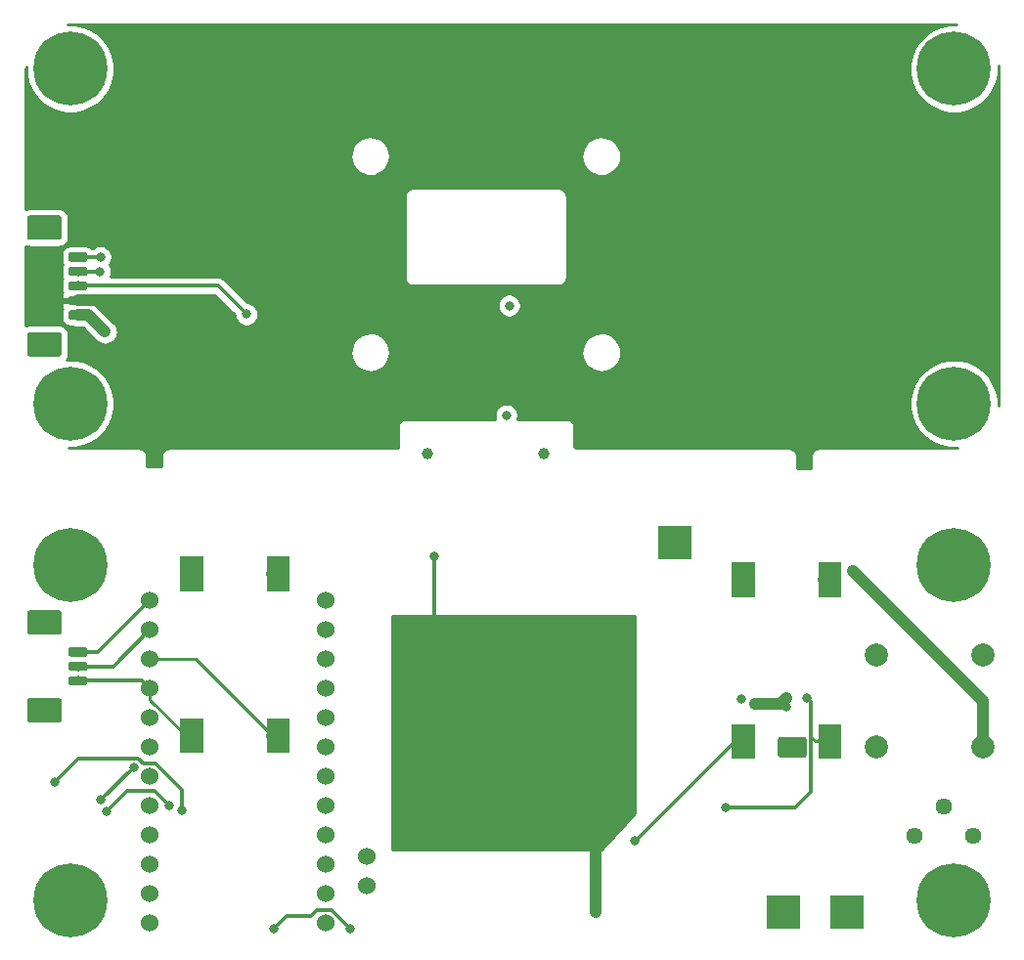
<source format=gbr>
G04 #@! TF.GenerationSoftware,KiCad,Pcbnew,(5.1.2)-2*
G04 #@! TF.CreationDate,2020-11-17T23:24:33+01:00*
G04 #@! TF.ProjectId,MieleProjectorPCB,4d69656c-6550-4726-9f6a-6563746f7250,rev?*
G04 #@! TF.SameCoordinates,Original*
G04 #@! TF.FileFunction,Copper,L2,Bot*
G04 #@! TF.FilePolarity,Positive*
%FSLAX46Y46*%
G04 Gerber Fmt 4.6, Leading zero omitted, Abs format (unit mm)*
G04 Created by KiCad (PCBNEW (5.1.2)-2) date 2020-11-17 23:24:33*
%MOMM*%
%LPD*%
G04 APERTURE LIST*
%ADD10C,1.524000*%
%ADD11C,2.000000*%
%ADD12C,0.100000*%
%ADD13C,1.000000*%
%ADD14C,2.006600*%
%ADD15C,1.800000*%
%ADD16C,0.500000*%
%ADD17C,0.800000*%
%ADD18C,6.400000*%
%ADD19C,2.100000*%
%ADD20C,1.440000*%
%ADD21R,3.000000X3.000000*%
%ADD22C,1.000000*%
%ADD23C,0.300000*%
%ADD24C,0.250000*%
%ADD25C,0.254000*%
G04 APERTURE END LIST*
D10*
X58390000Y-149730000D03*
X58390000Y-147190000D03*
X39630000Y-152980000D03*
X39630000Y-150440000D03*
X39630000Y-147900000D03*
X39630000Y-145360000D03*
X39630000Y-142820000D03*
X39630000Y-140280000D03*
X39630000Y-137740000D03*
X39630000Y-135200000D03*
X39630000Y-132660000D03*
X39630000Y-130120000D03*
X39630000Y-127580000D03*
X39630000Y-125040000D03*
X54870000Y-152980000D03*
X54870000Y-150440000D03*
X54870000Y-147900000D03*
X54870000Y-145360000D03*
X54870000Y-142820000D03*
X54870000Y-140280000D03*
X54870000Y-137740000D03*
X54870000Y-135200000D03*
X54870000Y-132660000D03*
X54870000Y-130120000D03*
X54870000Y-127580000D03*
X54870000Y-125040000D03*
D11*
X43250000Y-122750000D03*
D12*
G36*
X44250000Y-124250000D02*
G01*
X42250000Y-124250000D01*
X42250000Y-121250000D01*
X44250000Y-121250000D01*
X44250000Y-124250000D01*
X44250000Y-124250000D01*
G37*
D11*
X50750000Y-122750000D03*
D12*
G36*
X51750000Y-124250000D02*
G01*
X49750000Y-124250000D01*
X49750000Y-121250000D01*
X51750000Y-121250000D01*
X51750000Y-124250000D01*
X51750000Y-124250000D01*
G37*
D11*
X43250000Y-136750000D03*
D12*
G36*
X44250000Y-138250000D02*
G01*
X42250000Y-138250000D01*
X42250000Y-135250000D01*
X44250000Y-135250000D01*
X44250000Y-138250000D01*
X44250000Y-138250000D01*
G37*
D11*
X50750000Y-136750000D03*
D12*
G36*
X51750000Y-138250000D02*
G01*
X49750000Y-138250000D01*
X49750000Y-135250000D01*
X51750000Y-135250000D01*
X51750000Y-138250000D01*
X51750000Y-138250000D01*
G37*
D11*
X91000000Y-123250000D03*
D12*
G36*
X92000000Y-124750000D02*
G01*
X90000000Y-124750000D01*
X90000000Y-121750000D01*
X92000000Y-121750000D01*
X92000000Y-124750000D01*
X92000000Y-124750000D01*
G37*
D11*
X98500000Y-123250000D03*
D12*
G36*
X99500000Y-124750000D02*
G01*
X97500000Y-124750000D01*
X97500000Y-121750000D01*
X99500000Y-121750000D01*
X99500000Y-124750000D01*
X99500000Y-124750000D01*
G37*
D11*
X91000000Y-137250000D03*
D12*
G36*
X92000000Y-138750000D02*
G01*
X90000000Y-138750000D01*
X90000000Y-135750000D01*
X92000000Y-135750000D01*
X92000000Y-138750000D01*
X92000000Y-138750000D01*
G37*
D11*
X98500000Y-137250000D03*
D12*
G36*
X99500000Y-138750000D02*
G01*
X97500000Y-138750000D01*
X97500000Y-135750000D01*
X99500000Y-135750000D01*
X99500000Y-138750000D01*
X99500000Y-138750000D01*
G37*
D13*
X73700000Y-112340000D03*
X63700000Y-112340000D03*
D14*
X102549998Y-129750001D03*
X102549998Y-137750000D03*
X111750000Y-129750001D03*
X111750000Y-137750000D03*
D12*
G36*
X96274504Y-136851204D02*
G01*
X96298773Y-136854804D01*
X96322571Y-136860765D01*
X96345671Y-136869030D01*
X96367849Y-136879520D01*
X96388893Y-136892133D01*
X96408598Y-136906747D01*
X96426777Y-136923223D01*
X96443253Y-136941402D01*
X96457867Y-136961107D01*
X96470480Y-136982151D01*
X96480970Y-137004329D01*
X96489235Y-137027429D01*
X96495196Y-137051227D01*
X96498796Y-137075496D01*
X96500000Y-137100000D01*
X96500000Y-138400000D01*
X96498796Y-138424504D01*
X96495196Y-138448773D01*
X96489235Y-138472571D01*
X96480970Y-138495671D01*
X96470480Y-138517849D01*
X96457867Y-138538893D01*
X96443253Y-138558598D01*
X96426777Y-138576777D01*
X96408598Y-138593253D01*
X96388893Y-138607867D01*
X96367849Y-138620480D01*
X96345671Y-138630970D01*
X96322571Y-138639235D01*
X96298773Y-138645196D01*
X96274504Y-138648796D01*
X96250000Y-138650000D01*
X94250000Y-138650000D01*
X94225496Y-138648796D01*
X94201227Y-138645196D01*
X94177429Y-138639235D01*
X94154329Y-138630970D01*
X94132151Y-138620480D01*
X94111107Y-138607867D01*
X94091402Y-138593253D01*
X94073223Y-138576777D01*
X94056747Y-138558598D01*
X94042133Y-138538893D01*
X94029520Y-138517849D01*
X94019030Y-138495671D01*
X94010765Y-138472571D01*
X94004804Y-138448773D01*
X94001204Y-138424504D01*
X94000000Y-138400000D01*
X94000000Y-137100000D01*
X94001204Y-137075496D01*
X94004804Y-137051227D01*
X94010765Y-137027429D01*
X94019030Y-137004329D01*
X94029520Y-136982151D01*
X94042133Y-136961107D01*
X94056747Y-136941402D01*
X94073223Y-136923223D01*
X94091402Y-136906747D01*
X94111107Y-136892133D01*
X94132151Y-136879520D01*
X94154329Y-136869030D01*
X94177429Y-136860765D01*
X94201227Y-136854804D01*
X94225496Y-136851204D01*
X94250000Y-136850000D01*
X96250000Y-136850000D01*
X96274504Y-136851204D01*
X96274504Y-136851204D01*
G37*
D15*
X95250000Y-137750000D03*
D16*
X96250000Y-137100000D03*
X96250000Y-138400000D03*
X95250000Y-137100000D03*
X95250000Y-138400000D03*
X94250000Y-137100000D03*
X94250000Y-138400000D03*
D17*
X34447056Y-120302944D03*
X32750000Y-119600000D03*
X31052944Y-120302944D03*
X30350000Y-122000000D03*
X31052944Y-123697056D03*
X32750000Y-124400000D03*
X34447056Y-123697056D03*
X35150000Y-122000000D03*
D18*
X32750000Y-122000000D03*
D17*
X110947056Y-120302944D03*
X109250000Y-119600000D03*
X107552944Y-120302944D03*
X106850000Y-122000000D03*
X107552944Y-123697056D03*
X109250000Y-124400000D03*
X110947056Y-123697056D03*
X111650000Y-122000000D03*
D18*
X109250000Y-122000000D03*
D17*
X110947056Y-149302944D03*
X109250000Y-148600000D03*
X107552944Y-149302944D03*
X106850000Y-151000000D03*
X107552944Y-152697056D03*
X109250000Y-153400000D03*
X110947056Y-152697056D03*
X111650000Y-151000000D03*
D18*
X109250000Y-151000000D03*
D17*
X34447056Y-149302944D03*
X32750000Y-148600000D03*
X31052944Y-149302944D03*
X30350000Y-151000000D03*
X31052944Y-152697056D03*
X32750000Y-153400000D03*
X34447056Y-152697056D03*
X35150000Y-151000000D03*
D18*
X32750000Y-151000000D03*
D12*
G36*
X34019603Y-99900963D02*
G01*
X34039018Y-99903843D01*
X34058057Y-99908612D01*
X34076537Y-99915224D01*
X34094279Y-99923616D01*
X34111114Y-99933706D01*
X34126879Y-99945398D01*
X34141421Y-99958579D01*
X34154602Y-99973121D01*
X34166294Y-99988886D01*
X34176384Y-100005721D01*
X34184776Y-100023463D01*
X34191388Y-100041943D01*
X34196157Y-100060982D01*
X34199037Y-100080397D01*
X34200000Y-100100000D01*
X34200000Y-100500000D01*
X34199037Y-100519603D01*
X34196157Y-100539018D01*
X34191388Y-100558057D01*
X34184776Y-100576537D01*
X34176384Y-100594279D01*
X34166294Y-100611114D01*
X34154602Y-100626879D01*
X34141421Y-100641421D01*
X34126879Y-100654602D01*
X34111114Y-100666294D01*
X34094279Y-100676384D01*
X34076537Y-100684776D01*
X34058057Y-100691388D01*
X34039018Y-100696157D01*
X34019603Y-100699037D01*
X34000000Y-100700000D01*
X32800000Y-100700000D01*
X32780397Y-100699037D01*
X32760982Y-100696157D01*
X32741943Y-100691388D01*
X32723463Y-100684776D01*
X32705721Y-100676384D01*
X32688886Y-100666294D01*
X32673121Y-100654602D01*
X32658579Y-100641421D01*
X32645398Y-100626879D01*
X32633706Y-100611114D01*
X32623616Y-100594279D01*
X32615224Y-100576537D01*
X32608612Y-100558057D01*
X32603843Y-100539018D01*
X32600963Y-100519603D01*
X32600000Y-100500000D01*
X32600000Y-100100000D01*
X32600963Y-100080397D01*
X32603843Y-100060982D01*
X32608612Y-100041943D01*
X32615224Y-100023463D01*
X32623616Y-100005721D01*
X32633706Y-99988886D01*
X32645398Y-99973121D01*
X32658579Y-99958579D01*
X32673121Y-99945398D01*
X32688886Y-99933706D01*
X32705721Y-99923616D01*
X32723463Y-99915224D01*
X32741943Y-99908612D01*
X32760982Y-99903843D01*
X32780397Y-99900963D01*
X32800000Y-99900000D01*
X34000000Y-99900000D01*
X34019603Y-99900963D01*
X34019603Y-99900963D01*
G37*
D17*
X33400000Y-100300000D03*
D12*
G36*
X34019603Y-98650963D02*
G01*
X34039018Y-98653843D01*
X34058057Y-98658612D01*
X34076537Y-98665224D01*
X34094279Y-98673616D01*
X34111114Y-98683706D01*
X34126879Y-98695398D01*
X34141421Y-98708579D01*
X34154602Y-98723121D01*
X34166294Y-98738886D01*
X34176384Y-98755721D01*
X34184776Y-98773463D01*
X34191388Y-98791943D01*
X34196157Y-98810982D01*
X34199037Y-98830397D01*
X34200000Y-98850000D01*
X34200000Y-99250000D01*
X34199037Y-99269603D01*
X34196157Y-99289018D01*
X34191388Y-99308057D01*
X34184776Y-99326537D01*
X34176384Y-99344279D01*
X34166294Y-99361114D01*
X34154602Y-99376879D01*
X34141421Y-99391421D01*
X34126879Y-99404602D01*
X34111114Y-99416294D01*
X34094279Y-99426384D01*
X34076537Y-99434776D01*
X34058057Y-99441388D01*
X34039018Y-99446157D01*
X34019603Y-99449037D01*
X34000000Y-99450000D01*
X32800000Y-99450000D01*
X32780397Y-99449037D01*
X32760982Y-99446157D01*
X32741943Y-99441388D01*
X32723463Y-99434776D01*
X32705721Y-99426384D01*
X32688886Y-99416294D01*
X32673121Y-99404602D01*
X32658579Y-99391421D01*
X32645398Y-99376879D01*
X32633706Y-99361114D01*
X32623616Y-99344279D01*
X32615224Y-99326537D01*
X32608612Y-99308057D01*
X32603843Y-99289018D01*
X32600963Y-99269603D01*
X32600000Y-99250000D01*
X32600000Y-98850000D01*
X32600963Y-98830397D01*
X32603843Y-98810982D01*
X32608612Y-98791943D01*
X32615224Y-98773463D01*
X32623616Y-98755721D01*
X32633706Y-98738886D01*
X32645398Y-98723121D01*
X32658579Y-98708579D01*
X32673121Y-98695398D01*
X32688886Y-98683706D01*
X32705721Y-98673616D01*
X32723463Y-98665224D01*
X32741943Y-98658612D01*
X32760982Y-98653843D01*
X32780397Y-98650963D01*
X32800000Y-98650000D01*
X34000000Y-98650000D01*
X34019603Y-98650963D01*
X34019603Y-98650963D01*
G37*
D17*
X33400000Y-99050000D03*
D12*
G36*
X34019603Y-97400963D02*
G01*
X34039018Y-97403843D01*
X34058057Y-97408612D01*
X34076537Y-97415224D01*
X34094279Y-97423616D01*
X34111114Y-97433706D01*
X34126879Y-97445398D01*
X34141421Y-97458579D01*
X34154602Y-97473121D01*
X34166294Y-97488886D01*
X34176384Y-97505721D01*
X34184776Y-97523463D01*
X34191388Y-97541943D01*
X34196157Y-97560982D01*
X34199037Y-97580397D01*
X34200000Y-97600000D01*
X34200000Y-98000000D01*
X34199037Y-98019603D01*
X34196157Y-98039018D01*
X34191388Y-98058057D01*
X34184776Y-98076537D01*
X34176384Y-98094279D01*
X34166294Y-98111114D01*
X34154602Y-98126879D01*
X34141421Y-98141421D01*
X34126879Y-98154602D01*
X34111114Y-98166294D01*
X34094279Y-98176384D01*
X34076537Y-98184776D01*
X34058057Y-98191388D01*
X34039018Y-98196157D01*
X34019603Y-98199037D01*
X34000000Y-98200000D01*
X32800000Y-98200000D01*
X32780397Y-98199037D01*
X32760982Y-98196157D01*
X32741943Y-98191388D01*
X32723463Y-98184776D01*
X32705721Y-98176384D01*
X32688886Y-98166294D01*
X32673121Y-98154602D01*
X32658579Y-98141421D01*
X32645398Y-98126879D01*
X32633706Y-98111114D01*
X32623616Y-98094279D01*
X32615224Y-98076537D01*
X32608612Y-98058057D01*
X32603843Y-98039018D01*
X32600963Y-98019603D01*
X32600000Y-98000000D01*
X32600000Y-97600000D01*
X32600963Y-97580397D01*
X32603843Y-97560982D01*
X32608612Y-97541943D01*
X32615224Y-97523463D01*
X32623616Y-97505721D01*
X32633706Y-97488886D01*
X32645398Y-97473121D01*
X32658579Y-97458579D01*
X32673121Y-97445398D01*
X32688886Y-97433706D01*
X32705721Y-97423616D01*
X32723463Y-97415224D01*
X32741943Y-97408612D01*
X32760982Y-97403843D01*
X32780397Y-97400963D01*
X32800000Y-97400000D01*
X34000000Y-97400000D01*
X34019603Y-97400963D01*
X34019603Y-97400963D01*
G37*
D17*
X33400000Y-97800000D03*
D12*
G36*
X34019603Y-96150963D02*
G01*
X34039018Y-96153843D01*
X34058057Y-96158612D01*
X34076537Y-96165224D01*
X34094279Y-96173616D01*
X34111114Y-96183706D01*
X34126879Y-96195398D01*
X34141421Y-96208579D01*
X34154602Y-96223121D01*
X34166294Y-96238886D01*
X34176384Y-96255721D01*
X34184776Y-96273463D01*
X34191388Y-96291943D01*
X34196157Y-96310982D01*
X34199037Y-96330397D01*
X34200000Y-96350000D01*
X34200000Y-96750000D01*
X34199037Y-96769603D01*
X34196157Y-96789018D01*
X34191388Y-96808057D01*
X34184776Y-96826537D01*
X34176384Y-96844279D01*
X34166294Y-96861114D01*
X34154602Y-96876879D01*
X34141421Y-96891421D01*
X34126879Y-96904602D01*
X34111114Y-96916294D01*
X34094279Y-96926384D01*
X34076537Y-96934776D01*
X34058057Y-96941388D01*
X34039018Y-96946157D01*
X34019603Y-96949037D01*
X34000000Y-96950000D01*
X32800000Y-96950000D01*
X32780397Y-96949037D01*
X32760982Y-96946157D01*
X32741943Y-96941388D01*
X32723463Y-96934776D01*
X32705721Y-96926384D01*
X32688886Y-96916294D01*
X32673121Y-96904602D01*
X32658579Y-96891421D01*
X32645398Y-96876879D01*
X32633706Y-96861114D01*
X32623616Y-96844279D01*
X32615224Y-96826537D01*
X32608612Y-96808057D01*
X32603843Y-96789018D01*
X32600963Y-96769603D01*
X32600000Y-96750000D01*
X32600000Y-96350000D01*
X32600963Y-96330397D01*
X32603843Y-96310982D01*
X32608612Y-96291943D01*
X32615224Y-96273463D01*
X32623616Y-96255721D01*
X32633706Y-96238886D01*
X32645398Y-96223121D01*
X32658579Y-96208579D01*
X32673121Y-96195398D01*
X32688886Y-96183706D01*
X32705721Y-96173616D01*
X32723463Y-96165224D01*
X32741943Y-96158612D01*
X32760982Y-96153843D01*
X32780397Y-96150963D01*
X32800000Y-96150000D01*
X34000000Y-96150000D01*
X34019603Y-96150963D01*
X34019603Y-96150963D01*
G37*
D17*
X33400000Y-96550000D03*
D12*
G36*
X34019603Y-94900963D02*
G01*
X34039018Y-94903843D01*
X34058057Y-94908612D01*
X34076537Y-94915224D01*
X34094279Y-94923616D01*
X34111114Y-94933706D01*
X34126879Y-94945398D01*
X34141421Y-94958579D01*
X34154602Y-94973121D01*
X34166294Y-94988886D01*
X34176384Y-95005721D01*
X34184776Y-95023463D01*
X34191388Y-95041943D01*
X34196157Y-95060982D01*
X34199037Y-95080397D01*
X34200000Y-95100000D01*
X34200000Y-95500000D01*
X34199037Y-95519603D01*
X34196157Y-95539018D01*
X34191388Y-95558057D01*
X34184776Y-95576537D01*
X34176384Y-95594279D01*
X34166294Y-95611114D01*
X34154602Y-95626879D01*
X34141421Y-95641421D01*
X34126879Y-95654602D01*
X34111114Y-95666294D01*
X34094279Y-95676384D01*
X34076537Y-95684776D01*
X34058057Y-95691388D01*
X34039018Y-95696157D01*
X34019603Y-95699037D01*
X34000000Y-95700000D01*
X32800000Y-95700000D01*
X32780397Y-95699037D01*
X32760982Y-95696157D01*
X32741943Y-95691388D01*
X32723463Y-95684776D01*
X32705721Y-95676384D01*
X32688886Y-95666294D01*
X32673121Y-95654602D01*
X32658579Y-95641421D01*
X32645398Y-95626879D01*
X32633706Y-95611114D01*
X32623616Y-95594279D01*
X32615224Y-95576537D01*
X32608612Y-95558057D01*
X32603843Y-95539018D01*
X32600963Y-95519603D01*
X32600000Y-95500000D01*
X32600000Y-95100000D01*
X32600963Y-95080397D01*
X32603843Y-95060982D01*
X32608612Y-95041943D01*
X32615224Y-95023463D01*
X32623616Y-95005721D01*
X32633706Y-94988886D01*
X32645398Y-94973121D01*
X32658579Y-94958579D01*
X32673121Y-94945398D01*
X32688886Y-94933706D01*
X32705721Y-94923616D01*
X32723463Y-94915224D01*
X32741943Y-94908612D01*
X32760982Y-94903843D01*
X32780397Y-94900963D01*
X32800000Y-94900000D01*
X34000000Y-94900000D01*
X34019603Y-94900963D01*
X34019603Y-94900963D01*
G37*
D17*
X33400000Y-95300000D03*
D12*
G36*
X31774504Y-101801204D02*
G01*
X31798773Y-101804804D01*
X31822571Y-101810765D01*
X31845671Y-101819030D01*
X31867849Y-101829520D01*
X31888893Y-101842133D01*
X31908598Y-101856747D01*
X31926777Y-101873223D01*
X31943253Y-101891402D01*
X31957867Y-101911107D01*
X31970480Y-101932151D01*
X31980970Y-101954329D01*
X31989235Y-101977429D01*
X31995196Y-102001227D01*
X31998796Y-102025496D01*
X32000000Y-102050000D01*
X32000000Y-103650000D01*
X31998796Y-103674504D01*
X31995196Y-103698773D01*
X31989235Y-103722571D01*
X31980970Y-103745671D01*
X31970480Y-103767849D01*
X31957867Y-103788893D01*
X31943253Y-103808598D01*
X31926777Y-103826777D01*
X31908598Y-103843253D01*
X31888893Y-103857867D01*
X31867849Y-103870480D01*
X31845671Y-103880970D01*
X31822571Y-103889235D01*
X31798773Y-103895196D01*
X31774504Y-103898796D01*
X31750000Y-103900000D01*
X29250000Y-103900000D01*
X29225496Y-103898796D01*
X29201227Y-103895196D01*
X29177429Y-103889235D01*
X29154329Y-103880970D01*
X29132151Y-103870480D01*
X29111107Y-103857867D01*
X29091402Y-103843253D01*
X29073223Y-103826777D01*
X29056747Y-103808598D01*
X29042133Y-103788893D01*
X29029520Y-103767849D01*
X29019030Y-103745671D01*
X29010765Y-103722571D01*
X29004804Y-103698773D01*
X29001204Y-103674504D01*
X29000000Y-103650000D01*
X29000000Y-102050000D01*
X29001204Y-102025496D01*
X29004804Y-102001227D01*
X29010765Y-101977429D01*
X29019030Y-101954329D01*
X29029520Y-101932151D01*
X29042133Y-101911107D01*
X29056747Y-101891402D01*
X29073223Y-101873223D01*
X29091402Y-101856747D01*
X29111107Y-101842133D01*
X29132151Y-101829520D01*
X29154329Y-101819030D01*
X29177429Y-101810765D01*
X29201227Y-101804804D01*
X29225496Y-101801204D01*
X29250000Y-101800000D01*
X31750000Y-101800000D01*
X31774504Y-101801204D01*
X31774504Y-101801204D01*
G37*
D19*
X30500000Y-102850000D03*
D12*
G36*
X31774504Y-91701204D02*
G01*
X31798773Y-91704804D01*
X31822571Y-91710765D01*
X31845671Y-91719030D01*
X31867849Y-91729520D01*
X31888893Y-91742133D01*
X31908598Y-91756747D01*
X31926777Y-91773223D01*
X31943253Y-91791402D01*
X31957867Y-91811107D01*
X31970480Y-91832151D01*
X31980970Y-91854329D01*
X31989235Y-91877429D01*
X31995196Y-91901227D01*
X31998796Y-91925496D01*
X32000000Y-91950000D01*
X32000000Y-93550000D01*
X31998796Y-93574504D01*
X31995196Y-93598773D01*
X31989235Y-93622571D01*
X31980970Y-93645671D01*
X31970480Y-93667849D01*
X31957867Y-93688893D01*
X31943253Y-93708598D01*
X31926777Y-93726777D01*
X31908598Y-93743253D01*
X31888893Y-93757867D01*
X31867849Y-93770480D01*
X31845671Y-93780970D01*
X31822571Y-93789235D01*
X31798773Y-93795196D01*
X31774504Y-93798796D01*
X31750000Y-93800000D01*
X29250000Y-93800000D01*
X29225496Y-93798796D01*
X29201227Y-93795196D01*
X29177429Y-93789235D01*
X29154329Y-93780970D01*
X29132151Y-93770480D01*
X29111107Y-93757867D01*
X29091402Y-93743253D01*
X29073223Y-93726777D01*
X29056747Y-93708598D01*
X29042133Y-93688893D01*
X29029520Y-93667849D01*
X29019030Y-93645671D01*
X29010765Y-93622571D01*
X29004804Y-93598773D01*
X29001204Y-93574504D01*
X29000000Y-93550000D01*
X29000000Y-91950000D01*
X29001204Y-91925496D01*
X29004804Y-91901227D01*
X29010765Y-91877429D01*
X29019030Y-91854329D01*
X29029520Y-91832151D01*
X29042133Y-91811107D01*
X29056747Y-91791402D01*
X29073223Y-91773223D01*
X29091402Y-91756747D01*
X29111107Y-91742133D01*
X29132151Y-91729520D01*
X29154329Y-91719030D01*
X29177429Y-91710765D01*
X29201227Y-91704804D01*
X29225496Y-91701204D01*
X29250000Y-91700000D01*
X31750000Y-91700000D01*
X31774504Y-91701204D01*
X31774504Y-91701204D01*
G37*
D19*
X30500000Y-92750000D03*
D20*
X105800000Y-145400000D03*
X108340000Y-142860000D03*
X110880000Y-145400000D03*
D21*
X100000000Y-152000000D03*
X94500000Y-152000000D03*
X85100000Y-120000000D03*
D17*
X34447056Y-77302944D03*
X32750000Y-76600000D03*
X31052944Y-77302944D03*
X30350000Y-79000000D03*
X31052944Y-80697056D03*
X32750000Y-81400000D03*
X34447056Y-80697056D03*
X35150000Y-79000000D03*
D18*
X32750000Y-79000000D03*
X32750000Y-108000000D03*
D17*
X35150000Y-108000000D03*
X34447056Y-109697056D03*
X32750000Y-110400000D03*
X31052944Y-109697056D03*
X30350000Y-108000000D03*
X31052944Y-106302944D03*
X32750000Y-105600000D03*
X34447056Y-106302944D03*
X110947056Y-77302944D03*
X109250000Y-76600000D03*
X107552944Y-77302944D03*
X106850000Y-79000000D03*
X107552944Y-80697056D03*
X109250000Y-81400000D03*
X110947056Y-80697056D03*
X111650000Y-79000000D03*
D18*
X109250000Y-79000000D03*
X109250000Y-108000000D03*
D17*
X111650000Y-108000000D03*
X110947056Y-109697056D03*
X109250000Y-110400000D03*
X107552944Y-109697056D03*
X106850000Y-108000000D03*
X107552944Y-106302944D03*
X109250000Y-105600000D03*
X110947056Y-106302944D03*
D12*
G36*
X34019603Y-131600963D02*
G01*
X34039018Y-131603843D01*
X34058057Y-131608612D01*
X34076537Y-131615224D01*
X34094279Y-131623616D01*
X34111114Y-131633706D01*
X34126879Y-131645398D01*
X34141421Y-131658579D01*
X34154602Y-131673121D01*
X34166294Y-131688886D01*
X34176384Y-131705721D01*
X34184776Y-131723463D01*
X34191388Y-131741943D01*
X34196157Y-131760982D01*
X34199037Y-131780397D01*
X34200000Y-131800000D01*
X34200000Y-132200000D01*
X34199037Y-132219603D01*
X34196157Y-132239018D01*
X34191388Y-132258057D01*
X34184776Y-132276537D01*
X34176384Y-132294279D01*
X34166294Y-132311114D01*
X34154602Y-132326879D01*
X34141421Y-132341421D01*
X34126879Y-132354602D01*
X34111114Y-132366294D01*
X34094279Y-132376384D01*
X34076537Y-132384776D01*
X34058057Y-132391388D01*
X34039018Y-132396157D01*
X34019603Y-132399037D01*
X34000000Y-132400000D01*
X32800000Y-132400000D01*
X32780397Y-132399037D01*
X32760982Y-132396157D01*
X32741943Y-132391388D01*
X32723463Y-132384776D01*
X32705721Y-132376384D01*
X32688886Y-132366294D01*
X32673121Y-132354602D01*
X32658579Y-132341421D01*
X32645398Y-132326879D01*
X32633706Y-132311114D01*
X32623616Y-132294279D01*
X32615224Y-132276537D01*
X32608612Y-132258057D01*
X32603843Y-132239018D01*
X32600963Y-132219603D01*
X32600000Y-132200000D01*
X32600000Y-131800000D01*
X32600963Y-131780397D01*
X32603843Y-131760982D01*
X32608612Y-131741943D01*
X32615224Y-131723463D01*
X32623616Y-131705721D01*
X32633706Y-131688886D01*
X32645398Y-131673121D01*
X32658579Y-131658579D01*
X32673121Y-131645398D01*
X32688886Y-131633706D01*
X32705721Y-131623616D01*
X32723463Y-131615224D01*
X32741943Y-131608612D01*
X32760982Y-131603843D01*
X32780397Y-131600963D01*
X32800000Y-131600000D01*
X34000000Y-131600000D01*
X34019603Y-131600963D01*
X34019603Y-131600963D01*
G37*
D17*
X33400000Y-132000000D03*
D12*
G36*
X34019603Y-130350963D02*
G01*
X34039018Y-130353843D01*
X34058057Y-130358612D01*
X34076537Y-130365224D01*
X34094279Y-130373616D01*
X34111114Y-130383706D01*
X34126879Y-130395398D01*
X34141421Y-130408579D01*
X34154602Y-130423121D01*
X34166294Y-130438886D01*
X34176384Y-130455721D01*
X34184776Y-130473463D01*
X34191388Y-130491943D01*
X34196157Y-130510982D01*
X34199037Y-130530397D01*
X34200000Y-130550000D01*
X34200000Y-130950000D01*
X34199037Y-130969603D01*
X34196157Y-130989018D01*
X34191388Y-131008057D01*
X34184776Y-131026537D01*
X34176384Y-131044279D01*
X34166294Y-131061114D01*
X34154602Y-131076879D01*
X34141421Y-131091421D01*
X34126879Y-131104602D01*
X34111114Y-131116294D01*
X34094279Y-131126384D01*
X34076537Y-131134776D01*
X34058057Y-131141388D01*
X34039018Y-131146157D01*
X34019603Y-131149037D01*
X34000000Y-131150000D01*
X32800000Y-131150000D01*
X32780397Y-131149037D01*
X32760982Y-131146157D01*
X32741943Y-131141388D01*
X32723463Y-131134776D01*
X32705721Y-131126384D01*
X32688886Y-131116294D01*
X32673121Y-131104602D01*
X32658579Y-131091421D01*
X32645398Y-131076879D01*
X32633706Y-131061114D01*
X32623616Y-131044279D01*
X32615224Y-131026537D01*
X32608612Y-131008057D01*
X32603843Y-130989018D01*
X32600963Y-130969603D01*
X32600000Y-130950000D01*
X32600000Y-130550000D01*
X32600963Y-130530397D01*
X32603843Y-130510982D01*
X32608612Y-130491943D01*
X32615224Y-130473463D01*
X32623616Y-130455721D01*
X32633706Y-130438886D01*
X32645398Y-130423121D01*
X32658579Y-130408579D01*
X32673121Y-130395398D01*
X32688886Y-130383706D01*
X32705721Y-130373616D01*
X32723463Y-130365224D01*
X32741943Y-130358612D01*
X32760982Y-130353843D01*
X32780397Y-130350963D01*
X32800000Y-130350000D01*
X34000000Y-130350000D01*
X34019603Y-130350963D01*
X34019603Y-130350963D01*
G37*
D17*
X33400000Y-130750000D03*
D12*
G36*
X34019603Y-129100963D02*
G01*
X34039018Y-129103843D01*
X34058057Y-129108612D01*
X34076537Y-129115224D01*
X34094279Y-129123616D01*
X34111114Y-129133706D01*
X34126879Y-129145398D01*
X34141421Y-129158579D01*
X34154602Y-129173121D01*
X34166294Y-129188886D01*
X34176384Y-129205721D01*
X34184776Y-129223463D01*
X34191388Y-129241943D01*
X34196157Y-129260982D01*
X34199037Y-129280397D01*
X34200000Y-129300000D01*
X34200000Y-129700000D01*
X34199037Y-129719603D01*
X34196157Y-129739018D01*
X34191388Y-129758057D01*
X34184776Y-129776537D01*
X34176384Y-129794279D01*
X34166294Y-129811114D01*
X34154602Y-129826879D01*
X34141421Y-129841421D01*
X34126879Y-129854602D01*
X34111114Y-129866294D01*
X34094279Y-129876384D01*
X34076537Y-129884776D01*
X34058057Y-129891388D01*
X34039018Y-129896157D01*
X34019603Y-129899037D01*
X34000000Y-129900000D01*
X32800000Y-129900000D01*
X32780397Y-129899037D01*
X32760982Y-129896157D01*
X32741943Y-129891388D01*
X32723463Y-129884776D01*
X32705721Y-129876384D01*
X32688886Y-129866294D01*
X32673121Y-129854602D01*
X32658579Y-129841421D01*
X32645398Y-129826879D01*
X32633706Y-129811114D01*
X32623616Y-129794279D01*
X32615224Y-129776537D01*
X32608612Y-129758057D01*
X32603843Y-129739018D01*
X32600963Y-129719603D01*
X32600000Y-129700000D01*
X32600000Y-129300000D01*
X32600963Y-129280397D01*
X32603843Y-129260982D01*
X32608612Y-129241943D01*
X32615224Y-129223463D01*
X32623616Y-129205721D01*
X32633706Y-129188886D01*
X32645398Y-129173121D01*
X32658579Y-129158579D01*
X32673121Y-129145398D01*
X32688886Y-129133706D01*
X32705721Y-129123616D01*
X32723463Y-129115224D01*
X32741943Y-129108612D01*
X32760982Y-129103843D01*
X32780397Y-129100963D01*
X32800000Y-129100000D01*
X34000000Y-129100000D01*
X34019603Y-129100963D01*
X34019603Y-129100963D01*
G37*
D17*
X33400000Y-129500000D03*
D12*
G36*
X31774504Y-133501204D02*
G01*
X31798773Y-133504804D01*
X31822571Y-133510765D01*
X31845671Y-133519030D01*
X31867849Y-133529520D01*
X31888893Y-133542133D01*
X31908598Y-133556747D01*
X31926777Y-133573223D01*
X31943253Y-133591402D01*
X31957867Y-133611107D01*
X31970480Y-133632151D01*
X31980970Y-133654329D01*
X31989235Y-133677429D01*
X31995196Y-133701227D01*
X31998796Y-133725496D01*
X32000000Y-133750000D01*
X32000000Y-135350000D01*
X31998796Y-135374504D01*
X31995196Y-135398773D01*
X31989235Y-135422571D01*
X31980970Y-135445671D01*
X31970480Y-135467849D01*
X31957867Y-135488893D01*
X31943253Y-135508598D01*
X31926777Y-135526777D01*
X31908598Y-135543253D01*
X31888893Y-135557867D01*
X31867849Y-135570480D01*
X31845671Y-135580970D01*
X31822571Y-135589235D01*
X31798773Y-135595196D01*
X31774504Y-135598796D01*
X31750000Y-135600000D01*
X29250000Y-135600000D01*
X29225496Y-135598796D01*
X29201227Y-135595196D01*
X29177429Y-135589235D01*
X29154329Y-135580970D01*
X29132151Y-135570480D01*
X29111107Y-135557867D01*
X29091402Y-135543253D01*
X29073223Y-135526777D01*
X29056747Y-135508598D01*
X29042133Y-135488893D01*
X29029520Y-135467849D01*
X29019030Y-135445671D01*
X29010765Y-135422571D01*
X29004804Y-135398773D01*
X29001204Y-135374504D01*
X29000000Y-135350000D01*
X29000000Y-133750000D01*
X29001204Y-133725496D01*
X29004804Y-133701227D01*
X29010765Y-133677429D01*
X29019030Y-133654329D01*
X29029520Y-133632151D01*
X29042133Y-133611107D01*
X29056747Y-133591402D01*
X29073223Y-133573223D01*
X29091402Y-133556747D01*
X29111107Y-133542133D01*
X29132151Y-133529520D01*
X29154329Y-133519030D01*
X29177429Y-133510765D01*
X29201227Y-133504804D01*
X29225496Y-133501204D01*
X29250000Y-133500000D01*
X31750000Y-133500000D01*
X31774504Y-133501204D01*
X31774504Y-133501204D01*
G37*
D19*
X30500000Y-134550000D03*
D12*
G36*
X31774504Y-125901204D02*
G01*
X31798773Y-125904804D01*
X31822571Y-125910765D01*
X31845671Y-125919030D01*
X31867849Y-125929520D01*
X31888893Y-125942133D01*
X31908598Y-125956747D01*
X31926777Y-125973223D01*
X31943253Y-125991402D01*
X31957867Y-126011107D01*
X31970480Y-126032151D01*
X31980970Y-126054329D01*
X31989235Y-126077429D01*
X31995196Y-126101227D01*
X31998796Y-126125496D01*
X32000000Y-126150000D01*
X32000000Y-127750000D01*
X31998796Y-127774504D01*
X31995196Y-127798773D01*
X31989235Y-127822571D01*
X31980970Y-127845671D01*
X31970480Y-127867849D01*
X31957867Y-127888893D01*
X31943253Y-127908598D01*
X31926777Y-127926777D01*
X31908598Y-127943253D01*
X31888893Y-127957867D01*
X31867849Y-127970480D01*
X31845671Y-127980970D01*
X31822571Y-127989235D01*
X31798773Y-127995196D01*
X31774504Y-127998796D01*
X31750000Y-128000000D01*
X29250000Y-128000000D01*
X29225496Y-127998796D01*
X29201227Y-127995196D01*
X29177429Y-127989235D01*
X29154329Y-127980970D01*
X29132151Y-127970480D01*
X29111107Y-127957867D01*
X29091402Y-127943253D01*
X29073223Y-127926777D01*
X29056747Y-127908598D01*
X29042133Y-127888893D01*
X29029520Y-127867849D01*
X29019030Y-127845671D01*
X29010765Y-127822571D01*
X29004804Y-127798773D01*
X29001204Y-127774504D01*
X29000000Y-127750000D01*
X29000000Y-126150000D01*
X29001204Y-126125496D01*
X29004804Y-126101227D01*
X29010765Y-126077429D01*
X29019030Y-126054329D01*
X29029520Y-126032151D01*
X29042133Y-126011107D01*
X29056747Y-125991402D01*
X29073223Y-125973223D01*
X29091402Y-125956747D01*
X29111107Y-125942133D01*
X29132151Y-125929520D01*
X29154329Y-125919030D01*
X29177429Y-125910765D01*
X29201227Y-125904804D01*
X29225496Y-125901204D01*
X29250000Y-125900000D01*
X31750000Y-125900000D01*
X31774504Y-125901204D01*
X31774504Y-125901204D01*
G37*
D19*
X30500000Y-126950000D03*
D17*
X64250000Y-127000000D03*
X65250000Y-127000000D03*
X66250000Y-127000000D03*
X67250000Y-127000000D03*
X68250000Y-127000000D03*
X69250000Y-127000000D03*
X70250000Y-127000000D03*
X71250000Y-127000000D03*
X72250000Y-127000000D03*
X73250000Y-127000000D03*
X74250000Y-127000000D03*
X75250000Y-127000000D03*
X76250000Y-127000000D03*
X77250000Y-127000000D03*
X78250000Y-127000000D03*
X63250000Y-128000000D03*
X64250000Y-128000000D03*
X65250000Y-128000000D03*
X66250000Y-128000000D03*
X67250000Y-128000000D03*
X68250000Y-128000000D03*
X69250000Y-128000000D03*
X70250000Y-128000000D03*
X71250000Y-128000000D03*
X72250000Y-128000000D03*
X73250000Y-128000000D03*
X74250000Y-128000000D03*
X75250000Y-128000000D03*
X76250000Y-128000000D03*
X77250000Y-128000000D03*
X78250000Y-128000000D03*
X79250000Y-128000000D03*
X62250000Y-129000000D03*
X63250000Y-129000000D03*
X64250000Y-129000000D03*
X65250000Y-129000000D03*
X66250000Y-129000000D03*
X67250000Y-129000000D03*
X68250000Y-129000000D03*
X69250000Y-129000000D03*
X70250000Y-129000000D03*
X71250000Y-129000000D03*
X72250000Y-129000000D03*
X73250000Y-129000000D03*
X74250000Y-129000000D03*
X75250000Y-129000000D03*
X76250000Y-129000000D03*
X77250000Y-129000000D03*
X78250000Y-129000000D03*
X79250000Y-129000000D03*
X80250000Y-129000000D03*
X61250000Y-130000000D03*
X62250000Y-130000000D03*
X63250000Y-130000000D03*
X64250000Y-130000000D03*
X65250000Y-130000000D03*
X66250000Y-130000000D03*
X67250000Y-130000000D03*
X68250000Y-130000000D03*
X69250000Y-130000000D03*
X70250000Y-130000000D03*
X71250000Y-130000000D03*
X72250000Y-130000000D03*
X73250000Y-130000000D03*
X74250000Y-130000000D03*
X75250000Y-130000000D03*
X76250000Y-130000000D03*
X77250000Y-130000000D03*
X78250000Y-130000000D03*
X79250000Y-130000000D03*
X80250000Y-130000000D03*
X81250000Y-130000000D03*
X61250000Y-131000000D03*
X62250000Y-131000000D03*
X63250000Y-131000000D03*
X64250000Y-131000000D03*
X65250000Y-131000000D03*
X66250000Y-131000000D03*
X67250000Y-131000000D03*
X68250000Y-131000000D03*
X69250000Y-131000000D03*
X70250000Y-131000000D03*
X71250000Y-131000000D03*
X72250000Y-131000000D03*
X73250000Y-131000000D03*
X74250000Y-131000000D03*
X75250000Y-131000000D03*
X76250000Y-131000000D03*
X77250000Y-131000000D03*
X78250000Y-131000000D03*
X79250000Y-131000000D03*
X80250000Y-131000000D03*
X81250000Y-131000000D03*
X61250000Y-132000000D03*
X62250000Y-132000000D03*
X63250000Y-132000000D03*
X64250000Y-132000000D03*
X65250000Y-132000000D03*
X66250000Y-132000000D03*
X67250000Y-132000000D03*
X68250000Y-132000000D03*
X69250000Y-132000000D03*
X70250000Y-132000000D03*
X71250000Y-132000000D03*
X72250000Y-132000000D03*
X73250000Y-132000000D03*
X74250000Y-132000000D03*
X75250000Y-132000000D03*
X76250000Y-132000000D03*
X77250000Y-132000000D03*
X78250000Y-132000000D03*
X79250000Y-132000000D03*
X80250000Y-132000000D03*
X81250000Y-132000000D03*
X61250000Y-133000000D03*
X62250000Y-133000000D03*
X63250000Y-133000000D03*
X64250000Y-133000000D03*
X65250000Y-133000000D03*
X66250000Y-133000000D03*
X67250000Y-133000000D03*
X68250000Y-133000000D03*
X69250000Y-133000000D03*
X70250000Y-133000000D03*
X71250000Y-133000000D03*
X72250000Y-133000000D03*
X73250000Y-133000000D03*
X74250000Y-133000000D03*
X75250000Y-133000000D03*
X76250000Y-133000000D03*
X77250000Y-133000000D03*
X78250000Y-133000000D03*
X79250000Y-133000000D03*
X80250000Y-133000000D03*
X81250000Y-133000000D03*
X61250000Y-134000000D03*
X62250000Y-134000000D03*
X63250000Y-134000000D03*
X64250000Y-134000000D03*
X65250000Y-134000000D03*
X66250000Y-134000000D03*
X67250000Y-134000000D03*
X68250000Y-134000000D03*
X69250000Y-134000000D03*
X70250000Y-134000000D03*
X71250000Y-134000000D03*
X72250000Y-134000000D03*
X73250000Y-134000000D03*
X74250000Y-134000000D03*
X75250000Y-134000000D03*
X76250000Y-134000000D03*
X77250000Y-134000000D03*
X78250000Y-134000000D03*
X79250000Y-134000000D03*
X80250000Y-134000000D03*
X81250000Y-134000000D03*
X61250000Y-135000000D03*
X62250000Y-135000000D03*
X63250000Y-135000000D03*
X64250000Y-135000000D03*
X65250000Y-135000000D03*
X66250000Y-135000000D03*
X67250000Y-135000000D03*
X68250000Y-135000000D03*
X61250000Y-136000000D03*
X62250000Y-136000000D03*
X63250000Y-136000000D03*
X64250000Y-136000000D03*
X65250000Y-136000000D03*
X66250000Y-136000000D03*
X67250000Y-136000000D03*
X68250000Y-136000000D03*
X74250000Y-136500000D03*
X75250000Y-136500000D03*
X76250000Y-136500000D03*
X77250000Y-136500000D03*
X78250000Y-136500000D03*
X79250000Y-136500000D03*
X80250000Y-136500000D03*
X81250000Y-136500000D03*
X61250000Y-137000000D03*
X62250000Y-137000000D03*
X63250000Y-137000000D03*
X64250000Y-137000000D03*
X65250000Y-137000000D03*
X66250000Y-137000000D03*
X67250000Y-137000000D03*
X68250000Y-137000000D03*
X61250000Y-138000000D03*
X62250000Y-138000000D03*
X63250000Y-138000000D03*
X64250000Y-138000000D03*
X65250000Y-138000000D03*
X66250000Y-138000000D03*
X67250000Y-138000000D03*
X68250000Y-138000000D03*
X61250000Y-139000000D03*
X62250000Y-139000000D03*
X63250000Y-139000000D03*
X64250000Y-139000000D03*
X65250000Y-139000000D03*
X66250000Y-139000000D03*
X67250000Y-139000000D03*
X68250000Y-139000000D03*
X69250000Y-139000000D03*
X74250000Y-139000000D03*
X75250000Y-139000000D03*
X76250000Y-139000000D03*
X77250000Y-139000000D03*
X78250000Y-139000000D03*
X79250000Y-139000000D03*
X80250000Y-139000000D03*
X81250000Y-139000000D03*
X61250000Y-140000000D03*
X62250000Y-140000000D03*
X63250000Y-140000000D03*
X64250000Y-140000000D03*
X65250000Y-140000000D03*
X66250000Y-140000000D03*
X67250000Y-140000000D03*
X68250000Y-140000000D03*
X69250000Y-140000000D03*
X70250000Y-140000000D03*
X71250000Y-140000000D03*
X72250000Y-140000000D03*
X73250000Y-140000000D03*
X74250000Y-140000000D03*
X75250000Y-140000000D03*
X76250000Y-140000000D03*
X77250000Y-140000000D03*
X78250000Y-140000000D03*
X79250000Y-140000000D03*
X80250000Y-140000000D03*
X81250000Y-140000000D03*
X61250000Y-141000000D03*
X62250000Y-141000000D03*
X63250000Y-141000000D03*
X64250000Y-141000000D03*
X65250000Y-141000000D03*
X66250000Y-141000000D03*
X67250000Y-141000000D03*
X68250000Y-141000000D03*
X69250000Y-141000000D03*
X70250000Y-141000000D03*
X71250000Y-141000000D03*
X72250000Y-141000000D03*
X73250000Y-141000000D03*
X74250000Y-141000000D03*
X75250000Y-141000000D03*
X76250000Y-141000000D03*
X77250000Y-141000000D03*
X78250000Y-141000000D03*
X79250000Y-141000000D03*
X80250000Y-141000000D03*
X81250000Y-141000000D03*
X61250000Y-142000000D03*
X62250000Y-142000000D03*
X63250000Y-142000000D03*
X64250000Y-142000000D03*
X65250000Y-142000000D03*
X66250000Y-142000000D03*
X67250000Y-142000000D03*
X68250000Y-142000000D03*
X69250000Y-142000000D03*
X70250000Y-142000000D03*
X71250000Y-142000000D03*
X72250000Y-142000000D03*
X73250000Y-142000000D03*
X74250000Y-142000000D03*
X75250000Y-142000000D03*
X76250000Y-142000000D03*
X77250000Y-142000000D03*
X78250000Y-142000000D03*
X79250000Y-142000000D03*
X80250000Y-142000000D03*
X81250000Y-142000000D03*
X61250000Y-143000000D03*
X62250000Y-143000000D03*
X63250000Y-143000000D03*
X64250000Y-143000000D03*
X65250000Y-143000000D03*
X66250000Y-143000000D03*
X67250000Y-143000000D03*
X68250000Y-143000000D03*
X69250000Y-143000000D03*
X70250000Y-143000000D03*
X71250000Y-143000000D03*
X72250000Y-143000000D03*
X73250000Y-143000000D03*
X74250000Y-143000000D03*
X75250000Y-143000000D03*
X76250000Y-143000000D03*
X77250000Y-143000000D03*
X78250000Y-143000000D03*
X79250000Y-143000000D03*
X80250000Y-143000000D03*
X81250000Y-143000000D03*
X62250000Y-144000000D03*
X63250000Y-144000000D03*
X64250000Y-144000000D03*
X65250000Y-144000000D03*
X66250000Y-144000000D03*
X67250000Y-144000000D03*
X68250000Y-144000000D03*
X69250000Y-144000000D03*
X70250000Y-144000000D03*
X71250000Y-144000000D03*
X72250000Y-144000000D03*
X73250000Y-144000000D03*
X74250000Y-144000000D03*
X75250000Y-144000000D03*
X76250000Y-144000000D03*
X77250000Y-144000000D03*
X78250000Y-144000000D03*
X79250000Y-144000000D03*
X80250000Y-144000000D03*
X63250000Y-145000000D03*
X64250000Y-145000000D03*
X65250000Y-145000000D03*
X66250000Y-145000000D03*
X67250000Y-145000000D03*
X68250000Y-145000000D03*
X69250000Y-145000000D03*
X70250000Y-145000000D03*
X71250000Y-145000000D03*
X72250000Y-145000000D03*
X73250000Y-145000000D03*
X74250000Y-145000000D03*
X75250000Y-145000000D03*
X76250000Y-145000000D03*
X77250000Y-145000000D03*
X78250000Y-145000000D03*
X79250000Y-145000000D03*
X64250000Y-146000000D03*
X65250000Y-146000000D03*
X66250000Y-146000000D03*
X67250000Y-146000000D03*
X68250000Y-146000000D03*
X69250000Y-146000000D03*
X70250000Y-146000000D03*
X71250000Y-146000000D03*
X72250000Y-146000000D03*
X73250000Y-146000000D03*
X74250000Y-146000000D03*
X75250000Y-146000000D03*
X76250000Y-146000000D03*
X77250000Y-146000000D03*
X78250000Y-146000000D03*
X70250000Y-139000000D03*
X71250000Y-139000000D03*
X72250000Y-139000000D03*
X73250000Y-139000000D03*
X100500000Y-122500000D03*
X64250000Y-121250000D03*
X78250000Y-152000000D03*
X70750000Y-99500000D03*
X70500000Y-109000000D03*
X35750000Y-101750000D03*
X81624808Y-145874808D03*
X47987500Y-106762500D03*
X46250000Y-105000000D03*
X48012500Y-103487500D03*
X44262500Y-103487500D03*
X67250000Y-99500000D03*
X36750000Y-100750000D03*
X92000000Y-134000000D03*
X94750000Y-133500000D03*
X90800000Y-133600000D03*
X94750000Y-134250000D03*
X35850000Y-143300000D03*
X41300000Y-142800000D03*
X50361827Y-153488173D03*
X57000000Y-153500000D03*
X89500000Y-143000000D03*
X96500000Y-133500000D03*
X35407556Y-142326733D03*
X38275854Y-139482561D03*
X42450000Y-143250000D03*
X31400000Y-140800000D03*
X48000000Y-100250000D03*
X35300000Y-96550000D03*
X35350000Y-95300000D03*
D22*
X111750000Y-133750000D02*
X111750000Y-137750000D01*
X100500000Y-122500000D02*
X111750000Y-133750000D01*
D23*
X64250000Y-121250000D02*
X64250000Y-127000000D01*
D22*
X78250000Y-152000000D02*
X78250000Y-146000000D01*
D24*
X39630000Y-133630000D02*
X39630000Y-132660000D01*
X43250000Y-137250000D02*
X39630000Y-133630000D01*
D23*
X38970000Y-132000000D02*
X39630000Y-132660000D01*
X33400000Y-132000000D02*
X38970000Y-132000000D01*
D22*
X34300000Y-100300000D02*
X35750000Y-101750000D01*
X33400000Y-100300000D02*
X34300000Y-100300000D01*
D24*
X90249616Y-137250000D02*
X91000000Y-137250000D01*
X81624808Y-145874808D02*
X90249616Y-137250000D01*
D22*
X35050000Y-99050000D02*
X36750000Y-100750000D01*
X33400000Y-99050000D02*
X35050000Y-99050000D01*
X92000000Y-134000000D02*
X94250000Y-134000000D01*
X94250000Y-134000000D02*
X94750000Y-133500000D01*
D23*
X40707999Y-142207999D02*
X41300000Y-142800000D01*
X40000000Y-141500000D02*
X40707999Y-142207999D01*
X37650000Y-141500000D02*
X40000000Y-141500000D01*
X35850000Y-143300000D02*
X37650000Y-141500000D01*
X35170000Y-129500000D02*
X39630000Y-125040000D01*
X33400000Y-129500000D02*
X35170000Y-129500000D01*
X36460000Y-130750000D02*
X39630000Y-127580000D01*
X33400000Y-130750000D02*
X36460000Y-130750000D01*
D24*
X43620000Y-130120000D02*
X50750000Y-137250000D01*
X39630000Y-130120000D02*
X43620000Y-130120000D01*
D23*
X55867999Y-152367999D02*
X57000000Y-153500000D01*
X50361827Y-153488173D02*
X51482001Y-152367999D01*
X89500000Y-143000000D02*
X92498546Y-143000000D01*
X92498546Y-143000000D02*
X95500000Y-143000000D01*
X96850010Y-133850010D02*
X96500000Y-133500000D01*
X95500000Y-143000000D02*
X96850010Y-141649990D01*
X55367999Y-151867999D02*
X55867999Y-152367999D01*
X54086239Y-151867999D02*
X55367999Y-151867999D01*
X53586239Y-152367999D02*
X54086239Y-151867999D01*
X51482001Y-152367999D02*
X53586239Y-152367999D01*
D24*
X97250000Y-137250000D02*
X98500000Y-137250000D01*
X96850010Y-136850010D02*
X97250000Y-137250000D01*
D23*
X96850010Y-136850010D02*
X96850010Y-133850010D01*
X96850010Y-141649990D02*
X96850010Y-136850010D01*
X35407556Y-142326733D02*
X38251728Y-139482561D01*
X38251728Y-139482561D02*
X38275854Y-139482561D01*
X42450000Y-142204238D02*
X42450000Y-143250000D01*
X42450000Y-141454238D02*
X42450000Y-142204238D01*
X40163761Y-139167999D02*
X42450000Y-141454238D01*
X39071294Y-139167999D02*
X40163761Y-139167999D01*
X38635855Y-138732560D02*
X39071294Y-139167999D01*
X33467440Y-138732560D02*
X38635855Y-138732560D01*
X31400000Y-140800000D02*
X33467440Y-138732560D01*
X45550000Y-97800000D02*
X33400000Y-97800000D01*
X48000000Y-100250000D02*
X45550000Y-97800000D01*
X35300000Y-96550000D02*
X33400000Y-96550000D01*
X35350000Y-95300000D02*
X33400000Y-95300000D01*
D25*
G36*
X109439069Y-75173000D02*
G01*
X108873073Y-75173000D01*
X108133705Y-75320070D01*
X107437236Y-75608557D01*
X106810430Y-76027375D01*
X106277375Y-76560430D01*
X105858557Y-77187236D01*
X105570070Y-77883705D01*
X105423000Y-78623073D01*
X105423000Y-79376927D01*
X105570070Y-80116295D01*
X105858557Y-80812764D01*
X106277375Y-81439570D01*
X106810430Y-81972625D01*
X107437236Y-82391443D01*
X108133705Y-82679930D01*
X108873073Y-82827000D01*
X109626927Y-82827000D01*
X110366295Y-82679930D01*
X111062764Y-82391443D01*
X111689570Y-81972625D01*
X112222625Y-81439570D01*
X112641443Y-80812764D01*
X112929930Y-80116295D01*
X113077000Y-79376927D01*
X113077000Y-78719416D01*
X113093776Y-78835121D01*
X113098000Y-79007950D01*
X113098001Y-107968953D01*
X113077000Y-108189069D01*
X113077000Y-107623073D01*
X112929930Y-106883705D01*
X112641443Y-106187236D01*
X112222625Y-105560430D01*
X111689570Y-105027375D01*
X111062764Y-104608557D01*
X110366295Y-104320070D01*
X109626927Y-104173000D01*
X108873073Y-104173000D01*
X108133705Y-104320070D01*
X107437236Y-104608557D01*
X106810430Y-105027375D01*
X106277375Y-105560430D01*
X105858557Y-106187236D01*
X105570070Y-106883705D01*
X105423000Y-107623073D01*
X105423000Y-108376927D01*
X105570070Y-109116295D01*
X105858557Y-109812764D01*
X106277375Y-110439570D01*
X106810430Y-110972625D01*
X107437236Y-111391443D01*
X108133705Y-111679930D01*
X108873073Y-111827000D01*
X109530584Y-111827000D01*
X109414879Y-111843776D01*
X109242051Y-111848000D01*
X97532022Y-111848000D01*
X97500000Y-111844846D01*
X97467978Y-111848000D01*
X97372186Y-111857435D01*
X97249283Y-111894717D01*
X97136016Y-111955259D01*
X97036736Y-112036736D01*
X96955259Y-112136016D01*
X96894717Y-112249283D01*
X96857435Y-112372186D01*
X96844846Y-112500000D01*
X96848000Y-112532022D01*
X96848000Y-113574733D01*
X95652000Y-113571266D01*
X95652000Y-112532022D01*
X95655154Y-112500000D01*
X95642565Y-112372186D01*
X95605283Y-112249283D01*
X95544741Y-112136016D01*
X95463264Y-112036736D01*
X95363984Y-111955259D01*
X95250717Y-111894717D01*
X95127814Y-111857435D01*
X95032022Y-111848000D01*
X95000000Y-111844846D01*
X94967978Y-111848000D01*
X76531888Y-111848000D01*
X76481569Y-111843066D01*
X76463847Y-111837716D01*
X76447499Y-111829023D01*
X76433149Y-111817319D01*
X76421347Y-111803053D01*
X76412541Y-111786767D01*
X76407065Y-111769076D01*
X76402000Y-111720892D01*
X76402000Y-110032022D01*
X76405154Y-110000000D01*
X76392565Y-109872186D01*
X76355283Y-109749283D01*
X76294741Y-109636016D01*
X76213264Y-109536736D01*
X76113984Y-109455259D01*
X76000717Y-109394717D01*
X75877814Y-109357435D01*
X75782022Y-109348000D01*
X75750000Y-109344846D01*
X75717978Y-109348000D01*
X71467470Y-109348000D01*
X71487533Y-109299565D01*
X71527000Y-109101151D01*
X71527000Y-108898849D01*
X71487533Y-108700435D01*
X71410115Y-108513533D01*
X71297723Y-108345326D01*
X71154674Y-108202277D01*
X70986467Y-108089885D01*
X70799565Y-108012467D01*
X70601151Y-107973000D01*
X70398849Y-107973000D01*
X70200435Y-108012467D01*
X70013533Y-108089885D01*
X69845326Y-108202277D01*
X69702277Y-108345326D01*
X69589885Y-108513533D01*
X69512467Y-108700435D01*
X69473000Y-108898849D01*
X69473000Y-109101151D01*
X69512467Y-109299565D01*
X69532530Y-109348000D01*
X61782022Y-109348000D01*
X61750000Y-109344846D01*
X61717978Y-109348000D01*
X61622186Y-109357435D01*
X61499283Y-109394717D01*
X61386016Y-109455259D01*
X61286736Y-109536736D01*
X61205259Y-109636016D01*
X61144717Y-109749283D01*
X61107435Y-109872186D01*
X61094846Y-110000000D01*
X61098000Y-110032022D01*
X61098001Y-111718102D01*
X61093066Y-111768431D01*
X61087716Y-111786153D01*
X61079023Y-111802501D01*
X61067319Y-111816851D01*
X61053053Y-111828653D01*
X61036767Y-111837459D01*
X61019076Y-111842935D01*
X60970892Y-111848000D01*
X41282022Y-111848000D01*
X41250000Y-111844846D01*
X41217978Y-111848000D01*
X41122186Y-111857435D01*
X40999283Y-111894717D01*
X40886016Y-111955259D01*
X40786736Y-112036736D01*
X40705259Y-112136016D01*
X40644717Y-112249283D01*
X40607435Y-112372186D01*
X40594846Y-112500000D01*
X40598000Y-112532022D01*
X40598000Y-113411690D01*
X39402000Y-113408223D01*
X39402000Y-112532022D01*
X39405154Y-112500000D01*
X39392565Y-112372186D01*
X39355283Y-112249283D01*
X39294741Y-112136016D01*
X39213264Y-112036736D01*
X39113984Y-111955259D01*
X39000717Y-111894717D01*
X38877814Y-111857435D01*
X38782022Y-111848000D01*
X38750000Y-111844846D01*
X38717978Y-111848000D01*
X32781037Y-111848000D01*
X32560931Y-111827000D01*
X33126927Y-111827000D01*
X33866295Y-111679930D01*
X34562764Y-111391443D01*
X35189570Y-110972625D01*
X35722625Y-110439570D01*
X36141443Y-109812764D01*
X36429930Y-109116295D01*
X36577000Y-108376927D01*
X36577000Y-107623073D01*
X36429930Y-106883705D01*
X36141443Y-106187236D01*
X35722625Y-105560430D01*
X35189570Y-105027375D01*
X34562764Y-104608557D01*
X33866295Y-104320070D01*
X33126927Y-104173000D01*
X32453752Y-104173000D01*
X32481721Y-104138920D01*
X32563044Y-103986774D01*
X32613123Y-103821686D01*
X32630033Y-103650000D01*
X32630033Y-103574043D01*
X56988168Y-103574043D01*
X57025630Y-103908024D01*
X57127249Y-104228368D01*
X57289155Y-104522873D01*
X57505180Y-104780322D01*
X57767096Y-104990908D01*
X58064927Y-105146611D01*
X58387329Y-105241499D01*
X58722022Y-105271958D01*
X59056256Y-105236829D01*
X59377302Y-105137448D01*
X59672930Y-104977603D01*
X59931881Y-104763380D01*
X60144290Y-104502940D01*
X60302068Y-104206203D01*
X60399205Y-103884472D01*
X60429642Y-103574043D01*
X76988168Y-103574043D01*
X77025630Y-103908024D01*
X77127249Y-104228368D01*
X77289155Y-104522873D01*
X77505180Y-104780322D01*
X77767096Y-104990908D01*
X78064927Y-105146611D01*
X78387329Y-105241499D01*
X78722022Y-105271958D01*
X79056256Y-105236829D01*
X79377302Y-105137448D01*
X79672930Y-104977603D01*
X79931881Y-104763380D01*
X80144290Y-104502940D01*
X80302068Y-104206203D01*
X80399205Y-103884472D01*
X80432000Y-103550000D01*
X80431329Y-103501919D01*
X80389207Y-103168493D01*
X80283125Y-102849600D01*
X80117124Y-102557384D01*
X79897525Y-102302976D01*
X79632694Y-102096067D01*
X79332718Y-101944538D01*
X79009022Y-101854161D01*
X78673937Y-101828378D01*
X78340226Y-101868170D01*
X78020599Y-101972023D01*
X77727231Y-102135981D01*
X77471297Y-102353798D01*
X77262544Y-102617178D01*
X77108925Y-102916090D01*
X77016290Y-103239146D01*
X76988168Y-103574043D01*
X60429642Y-103574043D01*
X60432000Y-103550000D01*
X60431329Y-103501919D01*
X60389207Y-103168493D01*
X60283125Y-102849600D01*
X60117124Y-102557384D01*
X59897525Y-102302976D01*
X59632694Y-102096067D01*
X59332718Y-101944538D01*
X59009022Y-101854161D01*
X58673937Y-101828378D01*
X58340226Y-101868170D01*
X58020599Y-101972023D01*
X57727231Y-102135981D01*
X57471297Y-102353798D01*
X57262544Y-102617178D01*
X57108925Y-102916090D01*
X57016290Y-103239146D01*
X56988168Y-103574043D01*
X32630033Y-103574043D01*
X32630033Y-102050000D01*
X32613123Y-101878314D01*
X32563044Y-101713226D01*
X32481721Y-101561080D01*
X32372277Y-101427723D01*
X32238920Y-101318279D01*
X32086774Y-101236956D01*
X31921686Y-101186877D01*
X31750000Y-101169967D01*
X29250000Y-101169967D01*
X29078314Y-101186877D01*
X28913226Y-101236956D01*
X28902000Y-101242956D01*
X28902000Y-99450000D01*
X31961928Y-99450000D01*
X31974188Y-99574482D01*
X32010498Y-99694180D01*
X32045390Y-99759458D01*
X32033149Y-99782360D01*
X31985916Y-99938069D01*
X31969967Y-100100000D01*
X31969967Y-100500000D01*
X31985916Y-100661931D01*
X32033149Y-100817640D01*
X32109853Y-100961142D01*
X32213078Y-101086922D01*
X32338858Y-101190147D01*
X32482360Y-101266851D01*
X32638069Y-101314084D01*
X32800000Y-101330033D01*
X32936289Y-101330033D01*
X32966629Y-101346250D01*
X33179069Y-101410693D01*
X33344635Y-101427000D01*
X33833182Y-101427000D01*
X34992239Y-102586058D01*
X35120843Y-102691600D01*
X35316629Y-102796250D01*
X35529069Y-102860693D01*
X35750000Y-102882452D01*
X35970930Y-102860693D01*
X36183371Y-102796250D01*
X36379156Y-102691600D01*
X36550765Y-102550765D01*
X36691600Y-102379156D01*
X36796250Y-102183371D01*
X36860693Y-101970930D01*
X36882452Y-101750000D01*
X36860693Y-101529069D01*
X36796250Y-101316629D01*
X36691600Y-101120843D01*
X36586058Y-100992239D01*
X35136059Y-99542241D01*
X35100765Y-99499235D01*
X34929157Y-99358400D01*
X34775540Y-99276290D01*
X34676250Y-99177000D01*
X34395977Y-99177000D01*
X34355365Y-99173000D01*
X34355354Y-99173000D01*
X34300000Y-99167548D01*
X34244646Y-99173000D01*
X33344635Y-99173000D01*
X33273000Y-99180056D01*
X33273000Y-99177000D01*
X32123750Y-99177000D01*
X31965000Y-99335750D01*
X31961928Y-99450000D01*
X28902000Y-99450000D01*
X28902000Y-98650000D01*
X31961928Y-98650000D01*
X31965000Y-98764250D01*
X32123750Y-98923000D01*
X33273000Y-98923000D01*
X33273000Y-98903000D01*
X33527000Y-98903000D01*
X33527000Y-98923000D01*
X34676250Y-98923000D01*
X34835000Y-98764250D01*
X34838072Y-98650000D01*
X34830882Y-98577000D01*
X45228157Y-98577000D01*
X46973000Y-100321844D01*
X46973000Y-100351151D01*
X47012467Y-100549565D01*
X47089885Y-100736467D01*
X47202277Y-100904674D01*
X47345326Y-101047723D01*
X47513533Y-101160115D01*
X47700435Y-101237533D01*
X47898849Y-101277000D01*
X48101151Y-101277000D01*
X48299565Y-101237533D01*
X48486467Y-101160115D01*
X48654674Y-101047723D01*
X48797723Y-100904674D01*
X48910115Y-100736467D01*
X48987533Y-100549565D01*
X49027000Y-100351151D01*
X49027000Y-100148849D01*
X48987533Y-99950435D01*
X48910115Y-99763533D01*
X48797723Y-99595326D01*
X48654674Y-99452277D01*
X48574714Y-99398849D01*
X69723000Y-99398849D01*
X69723000Y-99601151D01*
X69762467Y-99799565D01*
X69839885Y-99986467D01*
X69952277Y-100154674D01*
X70095326Y-100297723D01*
X70263533Y-100410115D01*
X70450435Y-100487533D01*
X70648849Y-100527000D01*
X70851151Y-100527000D01*
X71049565Y-100487533D01*
X71236467Y-100410115D01*
X71404674Y-100297723D01*
X71547723Y-100154674D01*
X71660115Y-99986467D01*
X71737533Y-99799565D01*
X71777000Y-99601151D01*
X71777000Y-99398849D01*
X71737533Y-99200435D01*
X71660115Y-99013533D01*
X71547723Y-98845326D01*
X71404674Y-98702277D01*
X71236467Y-98589885D01*
X71049565Y-98512467D01*
X70851151Y-98473000D01*
X70648849Y-98473000D01*
X70450435Y-98512467D01*
X70263533Y-98589885D01*
X70095326Y-98702277D01*
X69952277Y-98845326D01*
X69839885Y-99013533D01*
X69762467Y-99200435D01*
X69723000Y-99398849D01*
X48574714Y-99398849D01*
X48486467Y-99339885D01*
X48299565Y-99262467D01*
X48101151Y-99223000D01*
X48071844Y-99223000D01*
X46126413Y-97277569D01*
X46102080Y-97247920D01*
X45983766Y-97150823D01*
X45848784Y-97078673D01*
X45702319Y-97034243D01*
X45588166Y-97023000D01*
X45588163Y-97023000D01*
X45550000Y-97019241D01*
X45511837Y-97023000D01*
X36215693Y-97023000D01*
X36287533Y-96849565D01*
X36327000Y-96651151D01*
X36327000Y-96448849D01*
X36287533Y-96250435D01*
X36210115Y-96063533D01*
X36141522Y-95960875D01*
X36147723Y-95954674D01*
X36260115Y-95786467D01*
X36337533Y-95599565D01*
X36377000Y-95401151D01*
X36377000Y-95198849D01*
X36337533Y-95000435D01*
X36260115Y-94813533D01*
X36147723Y-94645326D01*
X36004674Y-94502277D01*
X35836467Y-94389885D01*
X35649565Y-94312467D01*
X35451151Y-94273000D01*
X35248849Y-94273000D01*
X35050435Y-94312467D01*
X34863533Y-94389885D01*
X34695326Y-94502277D01*
X34674603Y-94523000D01*
X34595065Y-94523000D01*
X34586922Y-94513078D01*
X34461142Y-94409853D01*
X34317640Y-94333149D01*
X34161931Y-94285916D01*
X34000000Y-94269967D01*
X32800000Y-94269967D01*
X32638069Y-94285916D01*
X32482360Y-94333149D01*
X32338858Y-94409853D01*
X32213078Y-94513078D01*
X32109853Y-94638858D01*
X32033149Y-94782360D01*
X31985916Y-94938069D01*
X31969967Y-95100000D01*
X31969967Y-95500000D01*
X31985916Y-95661931D01*
X32033149Y-95817640D01*
X32090535Y-95925000D01*
X32033149Y-96032360D01*
X31985916Y-96188069D01*
X31969967Y-96350000D01*
X31969967Y-96750000D01*
X31985916Y-96911931D01*
X32033149Y-97067640D01*
X32090535Y-97175000D01*
X32033149Y-97282360D01*
X31985916Y-97438069D01*
X31969967Y-97600000D01*
X31969967Y-98000000D01*
X31985916Y-98161931D01*
X32033149Y-98317640D01*
X32045390Y-98340542D01*
X32010498Y-98405820D01*
X31974188Y-98525518D01*
X31961928Y-98650000D01*
X28902000Y-98650000D01*
X28902000Y-94357044D01*
X28913226Y-94363044D01*
X29078314Y-94413123D01*
X29250000Y-94430033D01*
X31750000Y-94430033D01*
X31921686Y-94413123D01*
X32086774Y-94363044D01*
X32238920Y-94281721D01*
X32372277Y-94172277D01*
X32481721Y-94038920D01*
X32563044Y-93886774D01*
X32613123Y-93721686D01*
X32630033Y-93550000D01*
X32630033Y-91950000D01*
X32613123Y-91778314D01*
X32563044Y-91613226D01*
X32481721Y-91461080D01*
X32372277Y-91327723D01*
X32238920Y-91218279D01*
X32086774Y-91136956D01*
X31921686Y-91086877D01*
X31750000Y-91069967D01*
X29250000Y-91069967D01*
X29078314Y-91086877D01*
X28913226Y-91136956D01*
X28902000Y-91142956D01*
X28902000Y-90050000D01*
X61679483Y-90050000D01*
X61683001Y-90085718D01*
X61683000Y-97014292D01*
X61679483Y-97050000D01*
X61693520Y-97192517D01*
X61735090Y-97329557D01*
X61802597Y-97455853D01*
X61893446Y-97566554D01*
X61934201Y-97600000D01*
X62004147Y-97657403D01*
X62130443Y-97724910D01*
X62267483Y-97766480D01*
X62410000Y-97780517D01*
X62445708Y-97777000D01*
X74974292Y-97777000D01*
X75010000Y-97780517D01*
X75152517Y-97766480D01*
X75289557Y-97724910D01*
X75415853Y-97657403D01*
X75526554Y-97566554D01*
X75617403Y-97455853D01*
X75684910Y-97329557D01*
X75726480Y-97192517D01*
X75737000Y-97085708D01*
X75737000Y-97085707D01*
X75740517Y-97050000D01*
X75737000Y-97014292D01*
X75737000Y-90085708D01*
X75740517Y-90050000D01*
X75726480Y-89907483D01*
X75684910Y-89770443D01*
X75617403Y-89644147D01*
X75526554Y-89533446D01*
X75415853Y-89442597D01*
X75289557Y-89375090D01*
X75152517Y-89333520D01*
X75045708Y-89323000D01*
X75010000Y-89319483D01*
X74974292Y-89323000D01*
X62445708Y-89323000D01*
X62410000Y-89319483D01*
X62374292Y-89323000D01*
X62267483Y-89333520D01*
X62130443Y-89375090D01*
X62004147Y-89442597D01*
X61893446Y-89533446D01*
X61802597Y-89644147D01*
X61735090Y-89770443D01*
X61693520Y-89907483D01*
X61679483Y-90050000D01*
X28902000Y-90050000D01*
X28902000Y-86574043D01*
X56988168Y-86574043D01*
X57025630Y-86908024D01*
X57127249Y-87228368D01*
X57289155Y-87522873D01*
X57505180Y-87780322D01*
X57767096Y-87990908D01*
X58064927Y-88146611D01*
X58387329Y-88241499D01*
X58722022Y-88271958D01*
X59056256Y-88236829D01*
X59377302Y-88137448D01*
X59672930Y-87977603D01*
X59931881Y-87763380D01*
X60144290Y-87502940D01*
X60302068Y-87206203D01*
X60399205Y-86884472D01*
X60429642Y-86574043D01*
X76988168Y-86574043D01*
X77025630Y-86908024D01*
X77127249Y-87228368D01*
X77289155Y-87522873D01*
X77505180Y-87780322D01*
X77767096Y-87990908D01*
X78064927Y-88146611D01*
X78387329Y-88241499D01*
X78722022Y-88271958D01*
X79056256Y-88236829D01*
X79377302Y-88137448D01*
X79672930Y-87977603D01*
X79931881Y-87763380D01*
X80144290Y-87502940D01*
X80302068Y-87206203D01*
X80399205Y-86884472D01*
X80432000Y-86550000D01*
X80431329Y-86501919D01*
X80389207Y-86168493D01*
X80283125Y-85849600D01*
X80117124Y-85557384D01*
X79897525Y-85302976D01*
X79632694Y-85096067D01*
X79332718Y-84944538D01*
X79009022Y-84854161D01*
X78673937Y-84828378D01*
X78340226Y-84868170D01*
X78020599Y-84972023D01*
X77727231Y-85135981D01*
X77471297Y-85353798D01*
X77262544Y-85617178D01*
X77108925Y-85916090D01*
X77016290Y-86239146D01*
X76988168Y-86574043D01*
X60429642Y-86574043D01*
X60432000Y-86550000D01*
X60431329Y-86501919D01*
X60389207Y-86168493D01*
X60283125Y-85849600D01*
X60117124Y-85557384D01*
X59897525Y-85302976D01*
X59632694Y-85096067D01*
X59332718Y-84944538D01*
X59009022Y-84854161D01*
X58673937Y-84828378D01*
X58340226Y-84868170D01*
X58020599Y-84972023D01*
X57727231Y-85135981D01*
X57471297Y-85353798D01*
X57262544Y-85617178D01*
X57108925Y-85916090D01*
X57016290Y-86239146D01*
X56988168Y-86574043D01*
X28902000Y-86574043D01*
X28902000Y-79031037D01*
X28923000Y-78810931D01*
X28923000Y-79376927D01*
X29070070Y-80116295D01*
X29358557Y-80812764D01*
X29777375Y-81439570D01*
X30310430Y-81972625D01*
X30937236Y-82391443D01*
X31633705Y-82679930D01*
X32373073Y-82827000D01*
X33126927Y-82827000D01*
X33866295Y-82679930D01*
X34562764Y-82391443D01*
X35189570Y-81972625D01*
X35722625Y-81439570D01*
X36141443Y-80812764D01*
X36429930Y-80116295D01*
X36577000Y-79376927D01*
X36577000Y-78623073D01*
X36429930Y-77883705D01*
X36141443Y-77187236D01*
X35722625Y-76560430D01*
X35189570Y-76027375D01*
X34562764Y-75608557D01*
X33866295Y-75320070D01*
X33126927Y-75173000D01*
X32469416Y-75173000D01*
X32585121Y-75156224D01*
X32757950Y-75152000D01*
X109218963Y-75152000D01*
X109439069Y-75173000D01*
X109439069Y-75173000D01*
G37*
X109439069Y-75173000D02*
X108873073Y-75173000D01*
X108133705Y-75320070D01*
X107437236Y-75608557D01*
X106810430Y-76027375D01*
X106277375Y-76560430D01*
X105858557Y-77187236D01*
X105570070Y-77883705D01*
X105423000Y-78623073D01*
X105423000Y-79376927D01*
X105570070Y-80116295D01*
X105858557Y-80812764D01*
X106277375Y-81439570D01*
X106810430Y-81972625D01*
X107437236Y-82391443D01*
X108133705Y-82679930D01*
X108873073Y-82827000D01*
X109626927Y-82827000D01*
X110366295Y-82679930D01*
X111062764Y-82391443D01*
X111689570Y-81972625D01*
X112222625Y-81439570D01*
X112641443Y-80812764D01*
X112929930Y-80116295D01*
X113077000Y-79376927D01*
X113077000Y-78719416D01*
X113093776Y-78835121D01*
X113098000Y-79007950D01*
X113098001Y-107968953D01*
X113077000Y-108189069D01*
X113077000Y-107623073D01*
X112929930Y-106883705D01*
X112641443Y-106187236D01*
X112222625Y-105560430D01*
X111689570Y-105027375D01*
X111062764Y-104608557D01*
X110366295Y-104320070D01*
X109626927Y-104173000D01*
X108873073Y-104173000D01*
X108133705Y-104320070D01*
X107437236Y-104608557D01*
X106810430Y-105027375D01*
X106277375Y-105560430D01*
X105858557Y-106187236D01*
X105570070Y-106883705D01*
X105423000Y-107623073D01*
X105423000Y-108376927D01*
X105570070Y-109116295D01*
X105858557Y-109812764D01*
X106277375Y-110439570D01*
X106810430Y-110972625D01*
X107437236Y-111391443D01*
X108133705Y-111679930D01*
X108873073Y-111827000D01*
X109530584Y-111827000D01*
X109414879Y-111843776D01*
X109242051Y-111848000D01*
X97532022Y-111848000D01*
X97500000Y-111844846D01*
X97467978Y-111848000D01*
X97372186Y-111857435D01*
X97249283Y-111894717D01*
X97136016Y-111955259D01*
X97036736Y-112036736D01*
X96955259Y-112136016D01*
X96894717Y-112249283D01*
X96857435Y-112372186D01*
X96844846Y-112500000D01*
X96848000Y-112532022D01*
X96848000Y-113574733D01*
X95652000Y-113571266D01*
X95652000Y-112532022D01*
X95655154Y-112500000D01*
X95642565Y-112372186D01*
X95605283Y-112249283D01*
X95544741Y-112136016D01*
X95463264Y-112036736D01*
X95363984Y-111955259D01*
X95250717Y-111894717D01*
X95127814Y-111857435D01*
X95032022Y-111848000D01*
X95000000Y-111844846D01*
X94967978Y-111848000D01*
X76531888Y-111848000D01*
X76481569Y-111843066D01*
X76463847Y-111837716D01*
X76447499Y-111829023D01*
X76433149Y-111817319D01*
X76421347Y-111803053D01*
X76412541Y-111786767D01*
X76407065Y-111769076D01*
X76402000Y-111720892D01*
X76402000Y-110032022D01*
X76405154Y-110000000D01*
X76392565Y-109872186D01*
X76355283Y-109749283D01*
X76294741Y-109636016D01*
X76213264Y-109536736D01*
X76113984Y-109455259D01*
X76000717Y-109394717D01*
X75877814Y-109357435D01*
X75782022Y-109348000D01*
X75750000Y-109344846D01*
X75717978Y-109348000D01*
X71467470Y-109348000D01*
X71487533Y-109299565D01*
X71527000Y-109101151D01*
X71527000Y-108898849D01*
X71487533Y-108700435D01*
X71410115Y-108513533D01*
X71297723Y-108345326D01*
X71154674Y-108202277D01*
X70986467Y-108089885D01*
X70799565Y-108012467D01*
X70601151Y-107973000D01*
X70398849Y-107973000D01*
X70200435Y-108012467D01*
X70013533Y-108089885D01*
X69845326Y-108202277D01*
X69702277Y-108345326D01*
X69589885Y-108513533D01*
X69512467Y-108700435D01*
X69473000Y-108898849D01*
X69473000Y-109101151D01*
X69512467Y-109299565D01*
X69532530Y-109348000D01*
X61782022Y-109348000D01*
X61750000Y-109344846D01*
X61717978Y-109348000D01*
X61622186Y-109357435D01*
X61499283Y-109394717D01*
X61386016Y-109455259D01*
X61286736Y-109536736D01*
X61205259Y-109636016D01*
X61144717Y-109749283D01*
X61107435Y-109872186D01*
X61094846Y-110000000D01*
X61098000Y-110032022D01*
X61098001Y-111718102D01*
X61093066Y-111768431D01*
X61087716Y-111786153D01*
X61079023Y-111802501D01*
X61067319Y-111816851D01*
X61053053Y-111828653D01*
X61036767Y-111837459D01*
X61019076Y-111842935D01*
X60970892Y-111848000D01*
X41282022Y-111848000D01*
X41250000Y-111844846D01*
X41217978Y-111848000D01*
X41122186Y-111857435D01*
X40999283Y-111894717D01*
X40886016Y-111955259D01*
X40786736Y-112036736D01*
X40705259Y-112136016D01*
X40644717Y-112249283D01*
X40607435Y-112372186D01*
X40594846Y-112500000D01*
X40598000Y-112532022D01*
X40598000Y-113411690D01*
X39402000Y-113408223D01*
X39402000Y-112532022D01*
X39405154Y-112500000D01*
X39392565Y-112372186D01*
X39355283Y-112249283D01*
X39294741Y-112136016D01*
X39213264Y-112036736D01*
X39113984Y-111955259D01*
X39000717Y-111894717D01*
X38877814Y-111857435D01*
X38782022Y-111848000D01*
X38750000Y-111844846D01*
X38717978Y-111848000D01*
X32781037Y-111848000D01*
X32560931Y-111827000D01*
X33126927Y-111827000D01*
X33866295Y-111679930D01*
X34562764Y-111391443D01*
X35189570Y-110972625D01*
X35722625Y-110439570D01*
X36141443Y-109812764D01*
X36429930Y-109116295D01*
X36577000Y-108376927D01*
X36577000Y-107623073D01*
X36429930Y-106883705D01*
X36141443Y-106187236D01*
X35722625Y-105560430D01*
X35189570Y-105027375D01*
X34562764Y-104608557D01*
X33866295Y-104320070D01*
X33126927Y-104173000D01*
X32453752Y-104173000D01*
X32481721Y-104138920D01*
X32563044Y-103986774D01*
X32613123Y-103821686D01*
X32630033Y-103650000D01*
X32630033Y-103574043D01*
X56988168Y-103574043D01*
X57025630Y-103908024D01*
X57127249Y-104228368D01*
X57289155Y-104522873D01*
X57505180Y-104780322D01*
X57767096Y-104990908D01*
X58064927Y-105146611D01*
X58387329Y-105241499D01*
X58722022Y-105271958D01*
X59056256Y-105236829D01*
X59377302Y-105137448D01*
X59672930Y-104977603D01*
X59931881Y-104763380D01*
X60144290Y-104502940D01*
X60302068Y-104206203D01*
X60399205Y-103884472D01*
X60429642Y-103574043D01*
X76988168Y-103574043D01*
X77025630Y-103908024D01*
X77127249Y-104228368D01*
X77289155Y-104522873D01*
X77505180Y-104780322D01*
X77767096Y-104990908D01*
X78064927Y-105146611D01*
X78387329Y-105241499D01*
X78722022Y-105271958D01*
X79056256Y-105236829D01*
X79377302Y-105137448D01*
X79672930Y-104977603D01*
X79931881Y-104763380D01*
X80144290Y-104502940D01*
X80302068Y-104206203D01*
X80399205Y-103884472D01*
X80432000Y-103550000D01*
X80431329Y-103501919D01*
X80389207Y-103168493D01*
X80283125Y-102849600D01*
X80117124Y-102557384D01*
X79897525Y-102302976D01*
X79632694Y-102096067D01*
X79332718Y-101944538D01*
X79009022Y-101854161D01*
X78673937Y-101828378D01*
X78340226Y-101868170D01*
X78020599Y-101972023D01*
X77727231Y-102135981D01*
X77471297Y-102353798D01*
X77262544Y-102617178D01*
X77108925Y-102916090D01*
X77016290Y-103239146D01*
X76988168Y-103574043D01*
X60429642Y-103574043D01*
X60432000Y-103550000D01*
X60431329Y-103501919D01*
X60389207Y-103168493D01*
X60283125Y-102849600D01*
X60117124Y-102557384D01*
X59897525Y-102302976D01*
X59632694Y-102096067D01*
X59332718Y-101944538D01*
X59009022Y-101854161D01*
X58673937Y-101828378D01*
X58340226Y-101868170D01*
X58020599Y-101972023D01*
X57727231Y-102135981D01*
X57471297Y-102353798D01*
X57262544Y-102617178D01*
X57108925Y-102916090D01*
X57016290Y-103239146D01*
X56988168Y-103574043D01*
X32630033Y-103574043D01*
X32630033Y-102050000D01*
X32613123Y-101878314D01*
X32563044Y-101713226D01*
X32481721Y-101561080D01*
X32372277Y-101427723D01*
X32238920Y-101318279D01*
X32086774Y-101236956D01*
X31921686Y-101186877D01*
X31750000Y-101169967D01*
X29250000Y-101169967D01*
X29078314Y-101186877D01*
X28913226Y-101236956D01*
X28902000Y-101242956D01*
X28902000Y-99450000D01*
X31961928Y-99450000D01*
X31974188Y-99574482D01*
X32010498Y-99694180D01*
X32045390Y-99759458D01*
X32033149Y-99782360D01*
X31985916Y-99938069D01*
X31969967Y-100100000D01*
X31969967Y-100500000D01*
X31985916Y-100661931D01*
X32033149Y-100817640D01*
X32109853Y-100961142D01*
X32213078Y-101086922D01*
X32338858Y-101190147D01*
X32482360Y-101266851D01*
X32638069Y-101314084D01*
X32800000Y-101330033D01*
X32936289Y-101330033D01*
X32966629Y-101346250D01*
X33179069Y-101410693D01*
X33344635Y-101427000D01*
X33833182Y-101427000D01*
X34992239Y-102586058D01*
X35120843Y-102691600D01*
X35316629Y-102796250D01*
X35529069Y-102860693D01*
X35750000Y-102882452D01*
X35970930Y-102860693D01*
X36183371Y-102796250D01*
X36379156Y-102691600D01*
X36550765Y-102550765D01*
X36691600Y-102379156D01*
X36796250Y-102183371D01*
X36860693Y-101970930D01*
X36882452Y-101750000D01*
X36860693Y-101529069D01*
X36796250Y-101316629D01*
X36691600Y-101120843D01*
X36586058Y-100992239D01*
X35136059Y-99542241D01*
X35100765Y-99499235D01*
X34929157Y-99358400D01*
X34775540Y-99276290D01*
X34676250Y-99177000D01*
X34395977Y-99177000D01*
X34355365Y-99173000D01*
X34355354Y-99173000D01*
X34300000Y-99167548D01*
X34244646Y-99173000D01*
X33344635Y-99173000D01*
X33273000Y-99180056D01*
X33273000Y-99177000D01*
X32123750Y-99177000D01*
X31965000Y-99335750D01*
X31961928Y-99450000D01*
X28902000Y-99450000D01*
X28902000Y-98650000D01*
X31961928Y-98650000D01*
X31965000Y-98764250D01*
X32123750Y-98923000D01*
X33273000Y-98923000D01*
X33273000Y-98903000D01*
X33527000Y-98903000D01*
X33527000Y-98923000D01*
X34676250Y-98923000D01*
X34835000Y-98764250D01*
X34838072Y-98650000D01*
X34830882Y-98577000D01*
X45228157Y-98577000D01*
X46973000Y-100321844D01*
X46973000Y-100351151D01*
X47012467Y-100549565D01*
X47089885Y-100736467D01*
X47202277Y-100904674D01*
X47345326Y-101047723D01*
X47513533Y-101160115D01*
X47700435Y-101237533D01*
X47898849Y-101277000D01*
X48101151Y-101277000D01*
X48299565Y-101237533D01*
X48486467Y-101160115D01*
X48654674Y-101047723D01*
X48797723Y-100904674D01*
X48910115Y-100736467D01*
X48987533Y-100549565D01*
X49027000Y-100351151D01*
X49027000Y-100148849D01*
X48987533Y-99950435D01*
X48910115Y-99763533D01*
X48797723Y-99595326D01*
X48654674Y-99452277D01*
X48574714Y-99398849D01*
X69723000Y-99398849D01*
X69723000Y-99601151D01*
X69762467Y-99799565D01*
X69839885Y-99986467D01*
X69952277Y-100154674D01*
X70095326Y-100297723D01*
X70263533Y-100410115D01*
X70450435Y-100487533D01*
X70648849Y-100527000D01*
X70851151Y-100527000D01*
X71049565Y-100487533D01*
X71236467Y-100410115D01*
X71404674Y-100297723D01*
X71547723Y-100154674D01*
X71660115Y-99986467D01*
X71737533Y-99799565D01*
X71777000Y-99601151D01*
X71777000Y-99398849D01*
X71737533Y-99200435D01*
X71660115Y-99013533D01*
X71547723Y-98845326D01*
X71404674Y-98702277D01*
X71236467Y-98589885D01*
X71049565Y-98512467D01*
X70851151Y-98473000D01*
X70648849Y-98473000D01*
X70450435Y-98512467D01*
X70263533Y-98589885D01*
X70095326Y-98702277D01*
X69952277Y-98845326D01*
X69839885Y-99013533D01*
X69762467Y-99200435D01*
X69723000Y-99398849D01*
X48574714Y-99398849D01*
X48486467Y-99339885D01*
X48299565Y-99262467D01*
X48101151Y-99223000D01*
X48071844Y-99223000D01*
X46126413Y-97277569D01*
X46102080Y-97247920D01*
X45983766Y-97150823D01*
X45848784Y-97078673D01*
X45702319Y-97034243D01*
X45588166Y-97023000D01*
X45588163Y-97023000D01*
X45550000Y-97019241D01*
X45511837Y-97023000D01*
X36215693Y-97023000D01*
X36287533Y-96849565D01*
X36327000Y-96651151D01*
X36327000Y-96448849D01*
X36287533Y-96250435D01*
X36210115Y-96063533D01*
X36141522Y-95960875D01*
X36147723Y-95954674D01*
X36260115Y-95786467D01*
X36337533Y-95599565D01*
X36377000Y-95401151D01*
X36377000Y-95198849D01*
X36337533Y-95000435D01*
X36260115Y-94813533D01*
X36147723Y-94645326D01*
X36004674Y-94502277D01*
X35836467Y-94389885D01*
X35649565Y-94312467D01*
X35451151Y-94273000D01*
X35248849Y-94273000D01*
X35050435Y-94312467D01*
X34863533Y-94389885D01*
X34695326Y-94502277D01*
X34674603Y-94523000D01*
X34595065Y-94523000D01*
X34586922Y-94513078D01*
X34461142Y-94409853D01*
X34317640Y-94333149D01*
X34161931Y-94285916D01*
X34000000Y-94269967D01*
X32800000Y-94269967D01*
X32638069Y-94285916D01*
X32482360Y-94333149D01*
X32338858Y-94409853D01*
X32213078Y-94513078D01*
X32109853Y-94638858D01*
X32033149Y-94782360D01*
X31985916Y-94938069D01*
X31969967Y-95100000D01*
X31969967Y-95500000D01*
X31985916Y-95661931D01*
X32033149Y-95817640D01*
X32090535Y-95925000D01*
X32033149Y-96032360D01*
X31985916Y-96188069D01*
X31969967Y-96350000D01*
X31969967Y-96750000D01*
X31985916Y-96911931D01*
X32033149Y-97067640D01*
X32090535Y-97175000D01*
X32033149Y-97282360D01*
X31985916Y-97438069D01*
X31969967Y-97600000D01*
X31969967Y-98000000D01*
X31985916Y-98161931D01*
X32033149Y-98317640D01*
X32045390Y-98340542D01*
X32010498Y-98405820D01*
X31974188Y-98525518D01*
X31961928Y-98650000D01*
X28902000Y-98650000D01*
X28902000Y-94357044D01*
X28913226Y-94363044D01*
X29078314Y-94413123D01*
X29250000Y-94430033D01*
X31750000Y-94430033D01*
X31921686Y-94413123D01*
X32086774Y-94363044D01*
X32238920Y-94281721D01*
X32372277Y-94172277D01*
X32481721Y-94038920D01*
X32563044Y-93886774D01*
X32613123Y-93721686D01*
X32630033Y-93550000D01*
X32630033Y-91950000D01*
X32613123Y-91778314D01*
X32563044Y-91613226D01*
X32481721Y-91461080D01*
X32372277Y-91327723D01*
X32238920Y-91218279D01*
X32086774Y-91136956D01*
X31921686Y-91086877D01*
X31750000Y-91069967D01*
X29250000Y-91069967D01*
X29078314Y-91086877D01*
X28913226Y-91136956D01*
X28902000Y-91142956D01*
X28902000Y-90050000D01*
X61679483Y-90050000D01*
X61683001Y-90085718D01*
X61683000Y-97014292D01*
X61679483Y-97050000D01*
X61693520Y-97192517D01*
X61735090Y-97329557D01*
X61802597Y-97455853D01*
X61893446Y-97566554D01*
X61934201Y-97600000D01*
X62004147Y-97657403D01*
X62130443Y-97724910D01*
X62267483Y-97766480D01*
X62410000Y-97780517D01*
X62445708Y-97777000D01*
X74974292Y-97777000D01*
X75010000Y-97780517D01*
X75152517Y-97766480D01*
X75289557Y-97724910D01*
X75415853Y-97657403D01*
X75526554Y-97566554D01*
X75617403Y-97455853D01*
X75684910Y-97329557D01*
X75726480Y-97192517D01*
X75737000Y-97085708D01*
X75737000Y-97085707D01*
X75740517Y-97050000D01*
X75737000Y-97014292D01*
X75737000Y-90085708D01*
X75740517Y-90050000D01*
X75726480Y-89907483D01*
X75684910Y-89770443D01*
X75617403Y-89644147D01*
X75526554Y-89533446D01*
X75415853Y-89442597D01*
X75289557Y-89375090D01*
X75152517Y-89333520D01*
X75045708Y-89323000D01*
X75010000Y-89319483D01*
X74974292Y-89323000D01*
X62445708Y-89323000D01*
X62410000Y-89319483D01*
X62374292Y-89323000D01*
X62267483Y-89333520D01*
X62130443Y-89375090D01*
X62004147Y-89442597D01*
X61893446Y-89533446D01*
X61802597Y-89644147D01*
X61735090Y-89770443D01*
X61693520Y-89907483D01*
X61679483Y-90050000D01*
X28902000Y-90050000D01*
X28902000Y-86574043D01*
X56988168Y-86574043D01*
X57025630Y-86908024D01*
X57127249Y-87228368D01*
X57289155Y-87522873D01*
X57505180Y-87780322D01*
X57767096Y-87990908D01*
X58064927Y-88146611D01*
X58387329Y-88241499D01*
X58722022Y-88271958D01*
X59056256Y-88236829D01*
X59377302Y-88137448D01*
X59672930Y-87977603D01*
X59931881Y-87763380D01*
X60144290Y-87502940D01*
X60302068Y-87206203D01*
X60399205Y-86884472D01*
X60429642Y-86574043D01*
X76988168Y-86574043D01*
X77025630Y-86908024D01*
X77127249Y-87228368D01*
X77289155Y-87522873D01*
X77505180Y-87780322D01*
X77767096Y-87990908D01*
X78064927Y-88146611D01*
X78387329Y-88241499D01*
X78722022Y-88271958D01*
X79056256Y-88236829D01*
X79377302Y-88137448D01*
X79672930Y-87977603D01*
X79931881Y-87763380D01*
X80144290Y-87502940D01*
X80302068Y-87206203D01*
X80399205Y-86884472D01*
X80432000Y-86550000D01*
X80431329Y-86501919D01*
X80389207Y-86168493D01*
X80283125Y-85849600D01*
X80117124Y-85557384D01*
X79897525Y-85302976D01*
X79632694Y-85096067D01*
X79332718Y-84944538D01*
X79009022Y-84854161D01*
X78673937Y-84828378D01*
X78340226Y-84868170D01*
X78020599Y-84972023D01*
X77727231Y-85135981D01*
X77471297Y-85353798D01*
X77262544Y-85617178D01*
X77108925Y-85916090D01*
X77016290Y-86239146D01*
X76988168Y-86574043D01*
X60429642Y-86574043D01*
X60432000Y-86550000D01*
X60431329Y-86501919D01*
X60389207Y-86168493D01*
X60283125Y-85849600D01*
X60117124Y-85557384D01*
X59897525Y-85302976D01*
X59632694Y-85096067D01*
X59332718Y-84944538D01*
X59009022Y-84854161D01*
X58673937Y-84828378D01*
X58340226Y-84868170D01*
X58020599Y-84972023D01*
X57727231Y-85135981D01*
X57471297Y-85353798D01*
X57262544Y-85617178D01*
X57108925Y-85916090D01*
X57016290Y-86239146D01*
X56988168Y-86574043D01*
X28902000Y-86574043D01*
X28902000Y-79031037D01*
X28923000Y-78810931D01*
X28923000Y-79376927D01*
X29070070Y-80116295D01*
X29358557Y-80812764D01*
X29777375Y-81439570D01*
X30310430Y-81972625D01*
X30937236Y-82391443D01*
X31633705Y-82679930D01*
X32373073Y-82827000D01*
X33126927Y-82827000D01*
X33866295Y-82679930D01*
X34562764Y-82391443D01*
X35189570Y-81972625D01*
X35722625Y-81439570D01*
X36141443Y-80812764D01*
X36429930Y-80116295D01*
X36577000Y-79376927D01*
X36577000Y-78623073D01*
X36429930Y-77883705D01*
X36141443Y-77187236D01*
X35722625Y-76560430D01*
X35189570Y-76027375D01*
X34562764Y-75608557D01*
X33866295Y-75320070D01*
X33126927Y-75173000D01*
X32469416Y-75173000D01*
X32585121Y-75156224D01*
X32757950Y-75152000D01*
X109218963Y-75152000D01*
X109439069Y-75173000D01*
G36*
X81623000Y-143450345D02*
G01*
X78694395Y-146623000D01*
X60627000Y-146623000D01*
X60627000Y-126377000D01*
X81623000Y-126377000D01*
X81623000Y-143450345D01*
X81623000Y-143450345D01*
G37*
X81623000Y-143450345D02*
X78694395Y-146623000D01*
X60627000Y-146623000D01*
X60627000Y-126377000D01*
X81623000Y-126377000D01*
X81623000Y-143450345D01*
M02*

</source>
